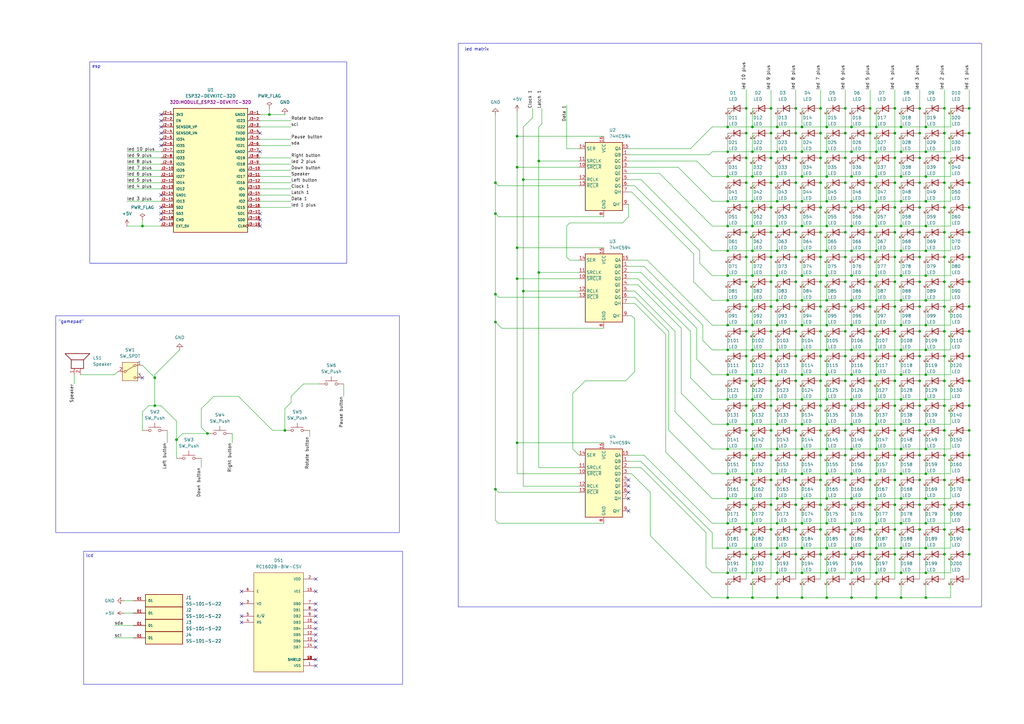
<source format=kicad_sch>
(kicad_sch (version 20231120) (generator "eeschema") (generator_version "8.0")
  (paper "A3")
  (junction (at 339.09 123.19))
  (junction (at 346.71 166.37))
  (junction (at 349.25 245.11))
  (junction (at 339.09 62.23))
  (junction (at 397.51 186.69))
  (junction (at 387.35 85.09))
  (junction (at 316.23 186.69))
  (junction (at 72.39 180.34))
  (junction (at 339.09 173.99))
  (junction (at 326.39 166.37))
  (junction (at 203.2 200.66))
  (junction (at 339.09 224.79))
  (junction (at 359.41 82.55))
  (junction (at 326.39 207.01))
  (junction (at 328.93 194.31))
  (junction (at 203.2 132.08))
  (junction (at 336.55 186.69))
  (junction (at 308.61 52.07))
  (junction (at 318.77 143.51))
  (junction (at 387.35 146.05))
  (junction (at 298.45 72.39))
  (junction (at 326.39 74.93))
  (junction (at 369.57 204.47))
  (junction (at 367.03 115.57))
  (junction (at 336.55 146.05))
  (junction (at 339.09 204.47))
  (junction (at 328.93 184.15))
  (junction (at 379.73 102.87))
  (junction (at 356.87 227.33))
  (junction (at 369.57 184.15))
  (junction (at 328.93 52.07))
  (junction (at 298.45 194.31))
  (junction (at 387.35 95.25))
  (junction (at 85.09 177.8))
  (junction (at 356.87 135.89))
  (junction (at 367.03 207.01))
  (junction (at 356.87 64.77))
  (junction (at 349.25 184.15))
  (junction (at 326.39 196.85))
  (junction (at 298.45 133.35))
  (junction (at 318.77 204.47))
  (junction (at 369.57 143.51))
  (junction (at 379.73 173.99))
  (junction (at 298.45 62.23))
  (junction (at 346.71 74.93))
  (junction (at 339.09 234.95))
  (junction (at 336.55 115.57))
  (junction (at 339.09 153.67))
  (junction (at 349.25 194.31))
  (junction (at 328.93 102.87))
  (junction (at 316.23 115.57))
  (junction (at 387.35 105.41))
  (junction (at 220.98 66.04))
  (junction (at 397.51 135.89))
  (junction (at 308.61 123.19))
  (junction (at 306.07 54.61))
  (junction (at 356.87 85.09))
  (junction (at 336.55 227.33))
  (junction (at 328.93 245.11))
  (junction (at 359.41 163.83))
  (junction (at 356.87 156.21))
  (junction (at 318.77 102.87))
  (junction (at 316.23 227.33))
  (junction (at 369.57 62.23))
  (junction (at 328.93 143.51))
  (junction (at 359.41 102.87))
  (junction (at 359.41 133.35))
  (junction (at 379.73 62.23))
  (junction (at 318.77 52.07))
  (junction (at 346.71 196.85))
  (junction (at 308.61 163.83))
  (junction (at 379.73 72.39))
  (junction (at 308.61 173.99))
  (junction (at 316.23 176.53))
  (junction (at 308.61 234.95))
  (junction (at 397.51 54.61))
  (junction (at 298.45 234.95))
  (junction (at 346.71 135.89))
  (junction (at 308.61 72.39))
  (junction (at 316.23 95.25))
  (junction (at 298.45 173.99))
  (junction (at 377.19 44.45))
  (junction (at 316.23 217.17))
  (junction (at 212.09 114.3))
  (junction (at 349.25 82.55))
  (junction (at 203.2 120.65))
  (junction (at 306.07 44.45))
  (junction (at 318.77 82.55))
  (junction (at 379.73 234.95))
  (junction (at 318.77 214.63))
  (junction (at 346.71 156.21))
  (junction (at 306.07 217.17))
  (junction (at 328.93 224.79))
  (junction (at 316.23 85.09))
  (junction (at 298.45 143.51))
  (junction (at 212.09 181.61))
  (junction (at 397.51 227.33))
  (junction (at 316.23 146.05))
  (junction (at 116.84 176.53))
  (junction (at 359.41 204.47))
  (junction (at 356.87 146.05))
  (junction (at 336.55 64.77))
  (junction (at 356.87 176.53))
  (junction (at 377.19 207.01))
  (junction (at 212.09 68.58))
  (junction (at 63.5 166.37))
  (junction (at 326.39 95.25))
  (junction (at 397.51 125.73))
  (junction (at 377.19 64.77))
  (junction (at 359.41 194.31))
  (junction (at 336.55 54.61))
  (junction (at 359.41 52.07))
  (junction (at 336.55 135.89))
  (junction (at 318.77 153.67))
  (junction (at 397.51 85.09))
  (junction (at 318.77 163.83))
  (junction (at 387.35 166.37))
  (junction (at 336.55 44.45))
  (junction (at 359.41 184.15))
  (junction (at 346.71 115.57))
  (junction (at 214.63 119.38))
  (junction (at 298.45 245.11))
  (junction (at 369.57 92.71))
  (junction (at 326.39 115.57))
  (junction (at 349.25 234.95))
  (junction (at 214.63 73.66))
  (junction (at 397.51 44.45))
  (junction (at 308.61 204.47))
  (junction (at 308.61 214.63))
  (junction (at 377.19 227.33))
  (junction (at 379.73 92.71))
  (junction (at 339.09 72.39))
  (junction (at 356.87 217.17))
  (junction (at 369.57 113.03))
  (junction (at 308.61 102.87))
  (junction (at 306.07 135.89))
  (junction (at 346.71 176.53))
  (junction (at 379.73 204.47))
  (junction (at 328.93 62.23))
  (junction (at 326.39 64.77))
  (junction (at 387.35 227.33))
  (junction (at 316.23 64.77))
  (junction (at 306.07 125.73))
  (junction (at 306.07 227.33))
  (junction (at 369.57 214.63))
  (junction (at 367.03 44.45))
  (junction (at 369.57 102.87))
  (junction (at 379.73 153.67))
  (junction (at 308.61 224.79))
  (junction (at 298.45 52.07))
  (junction (at 346.71 44.45))
  (junction (at 359.41 153.67))
  (junction (at 377.19 105.41))
  (junction (at 369.57 163.83))
  (junction (at 306.07 196.85))
  (junction (at 308.61 143.51))
  (junction (at 318.77 184.15))
  (junction (at 377.19 115.57))
  (junction (at 336.55 176.53))
  (junction (at 367.03 54.61))
  (junction (at 298.45 214.63))
  (junction (at 328.93 153.67))
  (junction (at 339.09 92.71))
  (junction (at 397.51 105.41))
  (junction (at 377.19 54.61))
  (junction (at 328.93 234.95))
  (junction (at 359.41 173.99))
  (junction (at 369.57 173.99))
  (junction (at 367.03 95.25))
  (junction (at 356.87 166.37))
  (junction (at 349.25 123.19))
  (junction (at 328.93 123.19))
  (junction (at 316.23 125.73))
  (junction (at 316.23 54.61))
  (junction (at 326.39 227.33))
  (junction (at 387.35 186.69))
  (junction (at 336.55 74.93))
  (junction (at 306.07 186.69))
  (junction (at 369.57 123.19))
  (junction (at 336.55 95.25))
  (junction (at 339.09 143.51))
  (junction (at 306.07 85.09))
  (junction (at 369.57 133.35))
  (junction (at 379.73 123.19))
  (junction (at 377.19 176.53))
  (junction (at 377.19 125.73))
  (junction (at 367.03 125.73))
  (junction (at 349.25 163.83))
  (junction (at 328.93 113.03))
  (junction (at 346.71 95.25))
  (junction (at 367.03 217.17))
  (junction (at 387.35 207.01))
  (junction (at 359.41 123.19))
  (junction (at 349.25 92.71))
  (junction (at 306.07 74.93))
  (junction (at 298.45 102.87))
  (junction (at 63.5 154.94))
  (junction (at 397.51 217.17))
  (junction (at 326.39 54.61))
  (junction (at 328.93 204.47))
  (junction (at 298.45 204.47))
  (junction (at 397.51 196.85))
  (junction (at 346.71 64.77))
  (junction (at 328.93 214.63))
  (junction (at 298.45 92.71))
  (junction (at 318.77 123.19))
  (junction (at 356.87 186.69))
  (junction (at 328.93 163.83))
  (junction (at 308.61 133.35))
  (junction (at 377.19 85.09))
  (junction (at 339.09 82.55))
  (junction (at 316.23 207.01))
  (junction (at 306.07 64.77))
  (junction (at 328.93 133.35))
  (junction (at 306.07 115.57))
  (junction (at 379.73 245.11))
  (junction (at 367.03 227.33))
  (junction (at 308.61 113.03))
  (junction (at 387.35 115.57))
  (junction (at 379.73 82.55))
  (junction (at 356.87 105.41))
  (junction (at 326.39 125.73))
  (junction (at 336.55 217.17))
  (junction (at 212.09 101.6))
  (junction (at 356.87 125.73))
  (junction (at 306.07 146.05))
  (junction (at 298.45 224.79))
  (junction (at 367.03 176.53))
  (junction (at 339.09 163.83))
  (junction (at 346.71 186.69))
  (junction (at 318.77 224.79))
  (junction (at 387.35 74.93))
  (junction (at 326.39 105.41))
  (junction (at 298.45 113.03))
  (junction (at 379.73 143.51))
  (junction (at 379.73 214.63))
  (junction (at 308.61 153.67))
  (junction (at 316.23 44.45))
  (junction (at 349.25 62.23))
  (junction (at 356.87 95.25))
  (junction (at 339.09 214.63))
  (junction (at 346.71 105.41))
  (junction (at 318.77 62.23))
  (junction (at 336.55 166.37))
  (junction (at 318.77 173.99))
  (junction (at 349.25 52.07))
  (junction (at 359.41 214.63))
  (junction (at 359.41 234.95))
  (junction (at 379.73 113.03))
  (junction (at 387.35 176.53))
  (junction (at 367.03 156.21))
  (junction (at 367.03 85.09))
  (junction (at 318.77 133.35))
  (junction (at 339.09 245.11))
  (junction (at 359.41 143.51))
  (junction (at 377.19 156.21))
  (junction (at 397.51 176.53))
  (junction (at 367.03 135.89))
  (junction (at 387.35 217.17))
  (junction (at 298.45 123.19))
  (junction (at 359.41 72.39))
  (junction (at 356.87 54.61))
  (junction (at 387.35 125.73))
  (junction (at 387.35 135.89))
  (junction (at 377.19 146.05))
  (junction (at 346.71 227.33))
  (junction (at 316.23 74.93))
  (junction (at 336.55 207.01))
  (junction (at 349.25 204.47))
  (junction (at 306.07 95.25))
  (junction (at 326.39 135.89))
  (junction (at 377.19 196.85))
  (junction (at 306.07 176.53))
  (junction (at 336.55 156.21))
  (junction (at 336.55 125.73))
  (junction (at 367.03 186.69))
  (junction (at 379.73 224.79))
  (junction (at 328.93 173.99))
  (junction (at 298.45 82.55))
  (junction (at 387.35 196.85))
  (junction (at 346.71 146.05))
  (junction (at 397.51 64.77))
  (junction (at 367.03 146.05))
  (junction (at 397.51 74.93))
  (junction (at 203.2 87.63))
  (junction (at 367.03 105.41))
  (junction (at 379.73 163.83))
  (junction (at 326.39 44.45))
  (junction (at 336.55 85.09))
  (junction (at 377.19 74.93))
  (junction (at 387.35 44.45))
  (junction (at 339.09 102.87))
  (junction (at 369.57 194.31))
  (junction (at 326.39 186.69))
  (junction (at 346.71 125.73))
  (junction (at 306.07 156.21))
  (junction (at 377.19 217.17))
  (junction (at 367.03 166.37))
  (junction (at 349.25 224.79))
  (junction (at 369.57 52.07))
  (junction (at 367.03 196.85))
  (junction (at 318.77 194.31))
  (junction (at 336.55 196.85))
  (junction (at 346.71 207.01))
  (junction (at 369.57 234.95))
  (junction (at 316.23 135.89))
  (junction (at 328.93 82.55))
  (junction (at 326.39 176.53))
  (junction (at 377.19 186.69))
  (junction (at 359.41 245.11))
  (junction (at 359.41 92.71))
  (junction (at 346.71 54.61))
  (junction (at 336.55 105.41))
  (junction (at 318.77 92.71))
  (junction (at 369.57 82.55))
  (junction (at 377.19 95.25))
  (junction (at 58.42 92.71))
  (junction (at 349.25 72.39))
  (junction (at 212.09 55.88))
  (junction (at 203.2 74.93))
  (junction (at 308.61 62.23))
  (junction (at 316.23 156.21))
  (junction (at 349.25 153.67))
  (junction (at 397.51 146.05))
  (junction (at 316.23 105.41))
  (junction (at 298.45 184.15))
  (junction (at 339.09 133.35))
  (junction (at 377.19 166.37))
  (junction (at 298.45 163.83))
  (junction (at 318.77 113.03))
  (junction (at 328.93 72.39))
  (junction (at 220.98 111.76))
  (junction (at 339.09 52.07))
  (junction (at 346.71 217.17))
  (junction (at 318.77 72.39))
  (junction (at 110.49 46.99))
  (junction (at 397.51 166.37))
  (junction (at 369.57 72.39))
  (junction (at 328.93 92.71))
  (junction (at 356.87 196.85))
  (junction (at 326.39 217.17))
  (junction (at 397.51 115.57))
  (junction (at 306.07 105.41))
  (junction (at 356.87 207.01))
  (junction (at 369.57 245.11))
  (junction (at 349.25 133.35))
  (junction (at 349.25 143.51))
  (junction (at 308.61 184.15))
  (junction (at 356.87 74.93))
  (junction (at 316.23 196.85))
  (junction (at 387.35 54.61))
  (junction (at 369.57 153.67))
  (junction (at 387.35 64.77))
  (junction (at 349.25 173.99))
  (junction (at 356.87 44.45))
  (junction (at 316.23 166.37))
  (junction (at 359.41 224.79))
  (junction (at 346.71 85.09))
  (junction (at 326.39 146.05))
  (junction (at 377.19 135.89))
  (junction (at 339.09 184.15))
  (junction (at 397.51 95.25))
  (junction (at 318.77 245.11))
  (junction (at 379.73 184.15))
  (junction (at 298.45 153.67))
  (junction (at 308.61 82.55))
  (junction (at 397.51 207.01))
  (junction (at 349.25 214.63))
  (junction (at 387.35 156.21))
  (junction (at 349.25 113.03))
  (junction (at 308.61 92.71))
  (junction (at 306.07 207.01))
  (junction (at 308.61 245.11))
  (junction (at 326.39 85.09))
  (junction (at 339.09 113.03))
  (junction (at 379.73 133.35))
  (junction (at 379.73 194.31))
  (junction (at 306.07 166.37))
  (junction (at 326.39 156.21))
  (junction (at 369.57 224.79))
  (junction (at 359.41 62.23))
  (junction (at 367.03 74.93))
  (junction (at 379.73 52.07))
  (junction (at 318.77 234.95))
  (junction (at 356.87 115.57))
  (junction (at 397.51 156.21))
  (junction (at 359.41 113.03))
  (junction (at 308.61 194.31))
  (junction (at 339.09 194.31))
  (junction (at 349.25 102.87))
  (junction (at 367.03 64.77))
  (no_connect (at 106.68 62.23))
  (no_connect (at 129.54 237.49))
  (no_connect (at 257.81 209.55))
  (no_connect (at 129.54 273.05))
  (no_connect (at 129.54 252.73))
  (no_connect (at 106.68 54.61))
  (no_connect (at 66.04 80.01))
  (no_connect (at 257.81 199.39))
  (no_connect (at 257.81 196.85))
  (no_connect (at 257.81 201.93))
  (no_connect (at 66.04 90.17))
  (no_connect (at 99.06 255.27))
  (no_connect (at 66.04 54.61))
  (no_connect (at 106.68 87.63))
  (no_connect (at 106.68 90.17))
  (no_connect (at 99.06 252.73))
  (no_connect (at 129.54 255.27))
  (no_connect (at 106.68 92.71))
  (no_connect (at 99.06 247.65))
  (no_connect (at 66.04 59.69))
  (no_connect (at 66.04 46.99))
  (no_connect (at 129.54 250.19))
  (no_connect (at 129.54 257.81))
  (no_connect (at 129.54 265.43))
  (no_connect (at 129.54 247.65))
  (no_connect (at 257.81 204.47))
  (no_connect (at 99.06 242.57))
  (no_connect (at 66.04 49.53))
  (no_connect (at 129.54 262.89))
  (no_connect (at 66.04 57.15))
  (no_connect (at 66.04 85.09))
  (no_connect (at 129.54 270.51))
  (no_connect (at 129.54 242.57))
  (no_connect (at 129.54 260.35))
  (no_connect (at 66.04 87.63))
  (no_connect (at 66.04 52.07))
  (no_connect (at 58.42 154.94))
  (wire (pts (xy 326.39 156.21) (xy 326.39 166.37)))
  (wire (pts (xy 359.41 54.61) (xy 359.41 62.23)))
  (wire (pts (xy 232.41 43.18) (xy 232.41 60.96)))
  (wire (pts (xy 397.51 217.17) (xy 397.51 227.33)))
  (wire (pts (xy 369.57 217.17) (xy 369.57 224.79)))
  (wire (pts (xy 285.75 134.62) (xy 285.75 147.32)))
  (wire (pts (xy 339.09 146.05) (xy 339.09 153.67)))
  (wire (pts (xy 356.87 36.83) (xy 356.87 44.45)))
  (wire (pts (xy 379.73 173.99) (xy 389.89 173.99)))
  (wire (pts (xy 292.1 72.39) (xy 298.45 72.39)))
  (wire (pts (xy 316.23 54.61) (xy 316.23 64.77)))
  (wire (pts (xy 377.19 207.01) (xy 377.19 217.17)))
  (wire (pts (xy 359.41 173.99) (xy 369.57 173.99)))
  (wire (pts (xy 306.07 176.53) (xy 306.07 186.69)))
  (wire (pts (xy 220.98 111.76) (xy 237.49 111.76)))
  (wire (pts (xy 222.25 44.45) (xy 222.25 50.8)))
  (wire (pts (xy 359.41 102.87) (xy 369.57 102.87)))
  (wire (pts (xy 387.35 54.61) (xy 387.35 64.77)))
  (wire (pts (xy 240.03 156.21) (xy 234.95 161.29)))
  (wire (pts (xy 203.2 46.99) (xy 203.2 74.93)))
  (wire (pts (xy 316.23 146.05) (xy 316.23 156.21)))
  (wire (pts (xy 328.93 184.15) (xy 339.09 184.15)))
  (wire (pts (xy 266.7 219.71) (xy 266.7 201.93)))
  (wire (pts (xy 336.55 125.73) (xy 336.55 135.89)))
  (wire (pts (xy 328.93 245.11) (xy 339.09 245.11)))
  (wire (pts (xy 318.77 156.21) (xy 318.77 163.83)))
  (wire (pts (xy 369.57 74.93) (xy 369.57 82.55)))
  (wire (pts (xy 367.03 85.09) (xy 367.03 95.25)))
  (wire (pts (xy 379.73 217.17) (xy 379.73 224.79)))
  (wire (pts (xy 346.71 166.37) (xy 346.71 176.53)))
  (wire (pts (xy 387.35 74.93) (xy 387.35 85.09)))
  (wire (pts (xy 318.77 105.41) (xy 318.77 113.03)))
  (wire (pts (xy 397.51 54.61) (xy 397.51 64.77)))
  (wire (pts (xy 349.25 156.21) (xy 349.25 163.83)))
  (wire (pts (xy 367.03 74.93) (xy 367.03 85.09)))
  (wire (pts (xy 328.93 143.51) (xy 339.09 143.51)))
  (wire (pts (xy 106.68 74.93) (xy 119.38 74.93)))
  (wire (pts (xy 359.41 82.55) (xy 369.57 82.55)))
  (wire (pts (xy 336.55 146.05) (xy 336.55 156.21)))
  (wire (pts (xy 339.09 204.47) (xy 349.25 204.47)))
  (wire (pts (xy 212.09 114.3) (xy 212.09 181.61)))
  (wire (pts (xy 260.35 121.92) (xy 274.32 135.89)))
  (wire (pts (xy 367.03 176.53) (xy 367.03 186.69)))
  (wire (pts (xy 339.09 64.77) (xy 339.09 72.39)))
  (wire (pts (xy 349.25 166.37) (xy 349.25 173.99)))
  (wire (pts (xy 339.09 72.39) (xy 349.25 72.39)))
  (wire (pts (xy 359.41 237.49) (xy 359.41 245.11)))
  (wire (pts (xy 387.35 196.85) (xy 387.35 207.01)))
  (wire (pts (xy 106.68 57.15) (xy 119.38 57.15)))
  (wire (pts (xy 306.07 166.37) (xy 306.07 176.53)))
  (wire (pts (xy 308.61 173.99) (xy 318.77 173.99)))
  (wire (pts (xy 369.57 102.87) (xy 379.73 102.87)))
  (wire (pts (xy 316.23 36.83) (xy 316.23 44.45)))
  (wire (pts (xy 257.81 194.31) (xy 259.08 194.31)))
  (wire (pts (xy 203.2 132.08) (xy 205.74 134.62)))
  (wire (pts (xy 257.81 109.22) (xy 264.16 109.22)))
  (wire (pts (xy 257.81 114.3) (xy 261.62 114.3)))
  (wire (pts (xy 292.1 102.87) (xy 298.45 102.87)))
  (wire (pts (xy 233.68 91.44) (xy 232.41 92.71)))
  (wire (pts (xy 262.89 111.76) (xy 285.75 134.62)))
  (wire (pts (xy 203.2 87.63) (xy 203.2 120.65)))
  (wire (pts (xy 377.19 125.73) (xy 377.19 135.89)))
  (wire (pts (xy 95.25 181.61) (xy 95.25 177.8)))
  (wire (pts (xy 318.77 214.63) (xy 328.93 214.63)))
  (wire (pts (xy 52.07 92.71) (xy 58.42 92.71)))
  (wire (pts (xy 346.71 186.69) (xy 346.71 196.85)))
  (wire (pts (xy 379.73 82.55) (xy 389.89 82.55)))
  (wire (pts (xy 349.25 52.07) (xy 359.41 52.07)))
  (wire (pts (xy 328.93 72.39) (xy 339.09 72.39)))
  (wire (pts (xy 220.98 66.04) (xy 220.98 111.76)))
  (wire (pts (xy 359.41 156.21) (xy 359.41 163.83)))
  (wire (pts (xy 257.81 106.68) (xy 265.43 106.68)))
  (wire (pts (xy 339.09 54.61) (xy 339.09 62.23)))
  (wire (pts (xy 298.45 85.09) (xy 298.45 92.71)))
  (wire (pts (xy 379.73 135.89) (xy 379.73 143.51)))
  (wire (pts (xy 260.35 119.38) (xy 276.86 135.89)))
  (wire (pts (xy 212.09 101.6) (xy 212.09 114.3)))
  (wire (pts (xy 292.1 163.83) (xy 298.45 163.83)))
  (wire (pts (xy 346.71 125.73) (xy 346.71 135.89)))
  (wire (pts (xy 359.41 123.19) (xy 369.57 123.19)))
  (wire (pts (xy 336.55 217.17) (xy 336.55 227.33)))
  (wire (pts (xy 397.51 227.33) (xy 397.51 237.49)))
  (wire (pts (xy 232.41 60.96) (xy 237.49 60.96)))
  (wire (pts (xy 308.61 92.71) (xy 318.77 92.71)))
  (wire (pts (xy 265.43 106.68) (xy 292.1 133.35)))
  (wire (pts (xy 292.1 52.07) (xy 298.45 52.07)))
  (wire (pts (xy 397.51 176.53) (xy 397.51 186.69)))
  (wire (pts (xy 316.23 207.01) (xy 316.23 217.17)))
  (wire (pts (xy 279.4 161.29) (xy 292.1 173.99)))
  (wire (pts (xy 356.87 196.85) (xy 356.87 207.01)))
  (wire (pts (xy 379.73 143.51) (xy 389.89 143.51)))
  (wire (pts (xy 318.77 74.93) (xy 318.77 82.55)))
  (wire (pts (xy 266.7 219.71) (xy 292.1 245.11)))
  (wire (pts (xy 369.57 125.73) (xy 369.57 133.35)))
  (wire (pts (xy 68.58 181.61) (xy 68.58 176.53)))
  (wire (pts (xy 257.81 66.04) (xy 285.75 66.04)))
  (wire (pts (xy 318.77 217.17) (xy 318.77 224.79)))
  (wire (pts (xy 298.45 133.35) (xy 308.61 133.35)))
  (wire (pts (xy 326.39 135.89) (xy 326.39 146.05)))
  (wire (pts (xy 110.49 46.99) (xy 116.84 46.99)))
  (wire (pts (xy 52.07 82.55) (xy 66.04 82.55)))
  (wire (pts (xy 346.71 44.45) (xy 346.71 54.61)))
  (wire (pts (xy 367.03 95.25) (xy 367.03 105.41)))
  (wire (pts (xy 377.19 217.17) (xy 377.19 227.33)))
  (wire (pts (xy 292.1 194.31) (xy 298.45 194.31)))
  (wire (pts (xy 328.93 217.17) (xy 328.93 224.79)))
  (wire (pts (xy 377.19 196.85) (xy 377.19 207.01)))
  (wire (pts (xy 203.2 120.65) (xy 203.2 132.08)))
  (wire (pts (xy 369.57 186.69) (xy 369.57 194.31)))
  (wire (pts (xy 316.23 217.17) (xy 316.23 227.33)))
  (wire (pts (xy 379.73 176.53) (xy 379.73 184.15)))
  (wire (pts (xy 298.45 102.87) (xy 308.61 102.87)))
  (wire (pts (xy 110.49 44.45) (xy 110.49 46.99)))
  (wire (pts (xy 306.07 125.73) (xy 306.07 135.89)))
  (wire (pts (xy 308.61 62.23) (xy 318.77 62.23)))
  (wire (pts (xy 367.03 54.61) (xy 367.03 64.77)))
  (wire (pts (xy 397.51 146.05) (xy 397.51 156.21)))
  (wire (pts (xy 106.68 64.77) (xy 119.38 64.77)))
  (wire (pts (xy 369.57 194.31) (xy 379.73 194.31)))
  (wire (pts (xy 318.77 146.05) (xy 318.77 153.67)))
  (wire (pts (xy 387.35 95.25) (xy 387.35 105.41)))
  (wire (pts (xy 349.25 217.17) (xy 349.25 224.79)))
  (wire (pts (xy 367.03 227.33) (xy 367.03 237.49)))
  (wire (pts (xy 379.73 245.11) (xy 389.89 245.11)))
  (wire (pts (xy 379.73 105.41) (xy 379.73 113.03)))
  (wire (pts (xy 379.73 227.33) (xy 379.73 234.95)))
  (wire (pts (xy 328.93 85.09) (xy 328.93 92.71)))
  (wire (pts (xy 285.75 147.32) (xy 292.1 153.67)))
  (wire (pts (xy 318.77 176.53) (xy 318.77 184.15)))
  (wire (pts (xy 72.39 180.34) (xy 72.39 187.96)))
  (wire (pts (xy 369.57 85.09) (xy 369.57 92.71)))
  (wire (pts (xy 308.61 217.17) (xy 308.61 224.79)))
  (wire (pts (xy 339.09 123.19) (xy 349.25 123.19)))
  (wire (pts (xy 349.25 194.31) (xy 359.41 194.31)))
  (wire (pts (xy 369.57 64.77) (xy 369.57 72.39)))
  (wire (pts (xy 356.87 85.09) (xy 356.87 95.25)))
  (wire (pts (xy 262.89 191.77) (xy 289.56 218.44)))
  (wire (pts (xy 203.2 200.66) (xy 204.47 201.93)))
  (wire (pts (xy 318.77 62.23) (xy 328.93 62.23)))
  (wire (pts (xy 316.23 64.77) (xy 316.23 74.93)))
  (wire (pts (xy 318.77 115.57) (xy 318.77 123.19)))
  (wire (pts (xy 326.39 217.17) (xy 326.39 227.33)))
  (wire (pts (xy 369.57 245.11) (xy 379.73 245.11)))
  (wire (pts (xy 214.63 73.66) (xy 214.63 119.38)))
  (wire (pts (xy 326.39 115.57) (xy 326.39 125.73)))
  (wire (pts (xy 339.09 245.11) (xy 349.25 245.11)))
  (wire (pts (xy 369.57 113.03) (xy 379.73 113.03)))
  (wire (pts (xy 356.87 227.33) (xy 356.87 237.49)))
  (wire (pts (xy 349.25 224.79) (xy 359.41 224.79)))
  (wire (pts (xy 379.73 52.07) (xy 389.89 52.07)))
  (wire (pts (xy 379.73 224.79) (xy 389.89 224.79)))
  (wire (pts (xy 389.89 92.71) (xy 389.89 85.09)))
  (wire (pts (xy 369.57 204.47) (xy 379.73 204.47)))
  (wire (pts (xy 257.81 78.74) (xy 259.08 78.74)))
  (wire (pts (xy 346.71 36.83) (xy 346.71 44.45)))
  (wire (pts (xy 349.25 62.23) (xy 359.41 62.23)))
  (wire (pts (xy 349.25 64.77) (xy 349.25 72.39)))
  (wire (pts (xy 298.45 214.63) (xy 308.61 214.63)))
  (wire (pts (xy 298.45 163.83) (xy 308.61 163.83)))
  (wire (pts (xy 308.61 72.39) (xy 318.77 72.39)))
  (wire (pts (xy 359.41 194.31) (xy 369.57 194.31)))
  (wire (pts (xy 326.39 166.37) (xy 326.39 176.53)))
  (wire (pts (xy 369.57 227.33) (xy 369.57 234.95)))
  (wire (pts (xy 369.57 173.99) (xy 379.73 173.99)))
  (wire (pts (xy 46.99 256.54) (xy 54.61 256.54)))
  (wire (pts (xy 212.09 114.3) (xy 237.49 114.3)))
  (wire (pts (xy 359.41 176.53) (xy 359.41 184.15)))
  (wire (pts (xy 387.35 44.45) (xy 387.35 54.61)))
  (wire (pts (xy 359.41 224.79) (xy 369.57 224.79)))
  (wire (pts (xy 220.98 52.07) (xy 222.25 50.8)))
  (wire (pts (xy 356.87 74.93) (xy 356.87 85.09)))
  (wire (pts (xy 318.77 186.69) (xy 318.77 194.31)))
  (wire (pts (xy 377.19 44.45) (xy 377.19 54.61)))
  (wire (pts (xy 397.51 64.77) (xy 397.51 74.93)))
  (wire (pts (xy 74.93 177.8) (xy 85.09 177.8)))
  (wire (pts (xy 298.45 224.79) (xy 308.61 224.79)))
  (wire (pts (xy 292.1 184.15) (xy 298.45 184.15)))
  (wire (pts (xy 328.93 196.85) (xy 328.93 204.47)))
  (wire (pts (xy 292.1 123.19) (xy 298.45 123.19)))
  (wire (pts (xy 397.51 74.93) (xy 397.51 85.09)))
  (wire (pts (xy 369.57 105.41) (xy 369.57 113.03)))
  (wire (pts (xy 387.35 227.33) (xy 387.35 237.49)))
  (wire (pts (xy 308.61 133.35) (xy 318.77 133.35)))
  (wire (pts (xy 377.19 85.09) (xy 377.19 95.25)))
  (wire (pts (xy 369.57 237.49) (xy 369.57 245.11)))
  (wire (pts (xy 316.23 196.85) (xy 316.23 207.01)))
  (wire (pts (xy 359.41 72.39) (xy 369.57 72.39)))
  (wire (pts (xy 257.81 88.9) (xy 255.27 91.44)))
  (wire (pts (xy 387.35 166.37) (xy 387.35 176.53)))
  (wire (pts (xy 356.87 186.69) (xy 356.87 196.85)))
  (wire (pts (xy 397.51 186.69) (xy 397.51 196.85)))
  (wire (pts (xy 336.55 105.41) (xy 336.55 115.57)))
  (wire (pts (xy 308.61 166.37) (xy 308.61 173.99)))
  (wire (pts (xy 359.41 146.05) (xy 359.41 153.67)))
  (wire (pts (xy 328.93 44.45) (xy 328.93 52.07)))
  (wire (pts (xy 369.57 184.15) (xy 379.73 184.15)))
  (wire (pts (xy 349.25 82.55) (xy 359.41 82.55)))
  (wire (pts (xy 379.73 194.31) (xy 389.89 194.31)))
  (wire (pts (xy 336.55 36.83) (xy 336.55 44.45)))
  (wire (pts (xy 316.23 44.45) (xy 316.23 54.61)))
  (wire (pts (xy 52.07 77.47) (xy 66.04 77.47)))
  (wire (pts (xy 369.57 176.53) (xy 369.57 184.15)))
  (wire (pts (xy 106.68 69.85) (xy 119.38 69.85)))
  (wire (pts (xy 318.77 92.71) (xy 328.93 92.71)))
  (wire (pts (xy 389.89 234.95) (xy 389.89 227.33)))
  (wire (pts (xy 318.77 196.85) (xy 318.77 204.47)))
  (wire (pts (xy 359.41 184.15) (xy 369.57 184.15)))
  (wire (pts (xy 356.87 105.41) (xy 356.87 115.57)))
  (wire (pts (xy 336.55 95.25) (xy 336.55 105.41)))
  (wire (pts (xy 389.89 52.07) (xy 389.89 44.45)))
  (wire (pts (xy 33.02 153.67) (xy 46.99 153.67)))
  (wire (pts (xy 359.41 113.03) (xy 369.57 113.03)))
  (wire (pts (xy 387.35 207.01) (xy 387.35 217.17)))
  (wire (pts (xy 264.16 186.69) (xy 292.1 214.63)))
  (wire (pts (xy 288.29 133.35) (xy 288.29 139.7)))
  (wire (pts (xy 349.25 113.03) (xy 359.41 113.03)))
  (wire (pts (xy 397.51 207.01) (xy 397.51 217.17)))
  (wire (pts (xy 369.57 166.37) (xy 369.57 173.99)))
  (wire (pts (xy 308.61 64.77) (xy 308.61 72.39)))
  (wire (pts (xy 316.23 115.57) (xy 316.23 125.73)))
  (wire (pts (xy 336.55 227.33) (xy 336.55 237.49)))
  (wire (pts (xy 106.68 52.07) (xy 119.38 52.07)))
  (wire (pts (xy 298.45 135.89) (xy 298.45 143.51)))
  (wire (pts (xy 292.1 113.03) (xy 298.45 113.03)))
  (wire (pts (xy 356.87 54.61) (xy 356.87 64.77)))
  (wire (pts (xy 339.09 234.95) (xy 349.25 234.95)))
  (wire (pts (xy 119.38 162.56) (xy 119.38 165.1)))
  (wire (pts (xy 387.35 64.77) (xy 387.35 74.93)))
  (wire (pts (xy 318.77 153.67) (xy 328.93 153.67)))
  (wire (pts (xy 349.25 245.11) (xy 359.41 245.11)))
  (wire (pts (xy 339.09 44.45) (xy 339.09 52.07)))
  (wire (pts (xy 72.39 172.72) (xy 66.04 166.37)))
  (wire (pts (xy 387.35 85.09) (xy 387.35 95.25)))
  (wire (pts (xy 220.98 111.76) (xy 220.98 191.77)))
  (wire (pts (xy 308.61 234.95) (xy 318.77 234.95)))
  (wire (pts (xy 237.49 121.92) (xy 204.47 121.92)))
  (wire (pts (xy 328.93 95.25) (xy 328.93 102.87)))
  (wire (pts (xy 389.89 224.79) (xy 389.89 217.17)))
  (wire (pts (xy 346.71 135.89) (xy 346.71 146.05)))
  (wire (pts (xy 212.09 181.61) (xy 212.09 194.31)))
  (wire (pts (xy 298.45 227.33) (xy 298.45 234.95)))
  (wire (pts (xy 63.5 154.94) (xy 63.5 153.67)))
  (wire (pts (xy 349.25 184.15) (xy 359.41 184.15)))
  (wire (pts (xy 379.73 186.69) (xy 379.73 194.31)))
  (wire (pts (xy 328.93 224.79) (xy 339.09 224.79)))
  (wire (pts (xy 298.45 156.21) (xy 298.45 163.83)))
  (wire (pts (xy 369.57 214.63) (xy 379.73 214.63)))
  (wire (pts (xy 367.03 146.05) (xy 367.03 156.21)))
  (wire (pts (xy 359.41 85.09) (xy 359.41 92.71)))
  (wire (pts (xy 63.5 153.67) (xy 73.66 143.51)))
  (wire (pts (xy 289.56 218.44) (xy 289.56 232.41)))
  (wire (pts (xy 369.57 95.25) (xy 369.57 102.87)))
  (wire (pts (xy 306.07 36.83) (xy 306.07 44.45)))
  (wire (pts (xy 257.81 124.46) (xy 260.35 124.46)))
  (wire (pts (xy 387.35 217.17) (xy 387.35 227.33)))
  (wire (pts (xy 326.39 186.69) (xy 326.39 196.85)))
  (wire (pts (xy 339.09 125.73) (xy 339.09 133.35)))
  (wire (pts (xy 397.51 44.45) (xy 397.51 54.61)))
  (wire (pts (xy 349.25 135.89) (xy 349.25 143.51)))
  (wire (pts (xy 247.65 88.9) (xy 204.47 88.9)))
  (wire (pts (xy 339.09 163.83) (xy 349.25 163.83)))
  (wire (pts (xy 389.89 82.55) (xy 389.89 74.93)))
  (wire (pts (xy 369.57 224.79) (xy 379.73 224.79)))
  (wire (pts (xy 292.1 62.23) (xy 298.45 62.23)))
  (wire (pts (xy 260.35 152.4) (xy 256.54 156.21)))
  (wire (pts (xy 212.09 55.88) (xy 212.09 68.58)))
  (wire (pts (xy 339.09 227.33) (xy 339.09 234.95)))
  (wire (pts (xy 318.77 194.31) (xy 328.93 194.31)))
  (wire (pts (xy 349.25 153.67) (xy 359.41 153.67)))
  (wire (pts (xy 359.41 92.71) (xy 369.57 92.71)))
  (wire (pts (xy 318.77 224.79) (xy 328.93 224.79)))
  (wire (pts (xy 326.39 85.09) (xy 326.39 95.25)))
  (wire (pts (xy 339.09 133.35) (xy 349.25 133.35)))
  (wire (pts (xy 46.99 153.67) (xy 48.26 152.4)))
  (wire (pts (xy 359.41 163.83) (xy 369.57 163.83)))
  (wire (pts (xy 292.1 133.35) (xy 298.45 133.35)))
  (wire (pts (xy 387.35 105.41) (xy 387.35 115.57)))
  (wire (pts (xy 212.09 101.6) (xy 247.65 101.6)))
  (wire (pts (xy 339.09 184.15) (xy 349.25 184.15)))
  (wire (pts (xy 298.45 146.05) (xy 298.45 153.67)))
  (wire (pts (xy 306.07 146.05) (xy 306.07 156.21)))
  (wire (pts (xy 298.45 125.73) (xy 298.45 133.35)))
  (wire (pts (xy 220.98 191.77) (xy 237.49 191.77)))
  (wire (pts (xy 349.25 237.49) (xy 349.25 245.11)))
  (wire (pts (xy 359.41 186.69) (xy 359.41 194.31)))
  (wire (pts (xy 346.71 217.17) (xy 346.71 227.33)))
  (wire (pts (xy 339.09 85.09) (xy 339.09 92.71)))
  (wire (pts (xy 308.61 227.33) (xy 308.61 234.95)))
  (wire (pts (xy 285.75 66.04) (xy 292.1 72.39)))
  (wire (pts (xy 339.09 207.01) (xy 339.09 214.63)))
  (wire (pts (xy 328.93 52.07) (xy 339.09 52.07)))
  (wire (pts (xy 127 179.07) (xy 127 176.53)))
  (wire (pts (xy 63.5 166.37) (xy 60.96 166.37)))
  (wire (pts (xy 359.41 64.77) (xy 359.41 72.39)))
  (wire (pts (xy 318.77 245.11) (xy 328.93 245.11)))
  (wire (pts (xy 232.41 92.71) (xy 232.41 105.41)))
  (wire (pts (xy 326.39 125.73) (xy 326.39 135.89)))
  (wire (pts (xy 369.57 163.83) (xy 379.73 163.83)))
  (wire (pts (xy 349.25 54.61) (xy 349.25 62.23)))
  (wire (pts (xy 379.73 92.71) (xy 389.89 92.71)))
  (wire (pts (xy 379.73 204.47) (xy 389.89 204.47)))
  (wire (pts (xy 298.45 217.17) (xy 298.45 224.79)))
  (wire (pts (xy 359.41 245.11) (xy 369.57 245.11)))
  (wire (pts (xy 349.25 214.63) (xy 359.41 214.63)))
  (wire (pts (xy 346.71 64.77) (xy 346.71 74.93)))
  (wire (pts (xy 389.89 194.31) (xy 389.89 186.69)))
  (wire (pts (xy 308.61 153.67) (xy 318.77 153.67)))
  (wire (pts (xy 292.1 92.71) (xy 298.45 92.71)))
  (wire (pts (xy 247.65 214.63) (xy 204.47 214.63)))
  (wire (pts (xy 328.93 186.69) (xy 328.93 194.31)))
  (wire (pts (xy 339.09 153.67) (xy 349.25 153.67)))
  (wire (pts (xy 397.51 105.41) (xy 397.51 115.57)))
  (wire (pts (xy 74.93 177.8) (xy 72.39 180.34)))
  (wire (pts (xy 367.03 196.85) (xy 367.03 207.01)))
  (wire (pts (xy 298.45 62.23) (xy 308.61 62.23)))
  (wire (pts (xy 308.61 196.85) (xy 308.61 204.47)))
  (wire (pts (xy 298.45 74.93) (xy 298.45 82.55)))
  (wire (pts (xy 50.8 251.46) (xy 54.61 251.46)))
  (wire (pts (xy 292.1 204.47) (xy 298.45 204.47)))
  (wire (pts (xy 318.77 166.37) (xy 318.77 173.99)))
  (wire (pts (xy 106.68 49.53) (xy 119.38 49.53)))
  (wire (pts (xy 328.93 156.21) (xy 328.93 163.83)))
  (wire (pts (xy 292.1 173.99) (xy 298.45 173.99)))
  (wire (pts (xy 349.25 186.69) (xy 349.25 194.31)))
  (wire (pts (xy 377.19 105.41) (xy 377.19 115.57)))
  (wire (pts (xy 328.93 133.35) (xy 339.09 133.35)))
  (wire (pts (xy 367.03 207.01) (xy 367.03 217.17)))
  (wire (pts (xy 379.73 234.95) (xy 389.89 234.95)))
  (wire (pts (xy 318.77 133.35) (xy 328.93 133.35)))
  (wire (pts (xy 318.77 44.45) (xy 318.77 52.07)))
  (wire (pts (xy 308.61 176.53) (xy 308.61 184.15)))
  (wire (pts (xy 379.73 163.83) (xy 389.89 163.83)))
  (wire (pts (xy 308.61 146.05) (xy 308.61 153.67)))
  (wire (pts (xy 318.77 207.01) (xy 318.77 214.63)))
  (wire (pts (xy 298.45 166.37) (xy 298.45 173.99)))
  (wire (pts (xy 377.19 186.69) (xy 377.19 196.85)))
  (wire (pts (xy 339.09 102.87) (xy 349.25 102.87)))
  (wire (pts (xy 379.73 166.37) (xy 379.73 173.99)))
  (wire (pts (xy 377.19 74.93) (xy 377.19 85.09)))
  (wire (pts (xy 349.25 72.39) (xy 359.41 72.39)))
  (wire (pts (xy 308.61 113.03) (xy 318.77 113.03)))
  (wire (pts (xy 292.1 218.44) (xy 292.1 224.79)))
  (wire (pts (xy 339.09 176.53) (xy 339.09 184.15)))
  (wire (pts (xy 203.2 132.08) (xy 203.2 200.66)))
  (wire (pts (xy 359.41 143.51) (xy 369.57 143.51)))
  (wire (pts (xy 308.61 105.41) (xy 308.61 113.03)))
  (wire (pts (xy 339.09 173.99) (xy 349.25 173.99)))
  (wire (pts (xy 356.87 217.17) (xy 356.87 227.33)))
  (wire (pts (xy 336.55 64.77) (xy 336.55 74.93)))
  (wire (pts (xy 377.19 54.61) (xy 377.19 64.77)))
  (wire (pts (xy 257.81 191.77) (xy 262.89 191.77)))
  (wire (pts (xy 212.09 45.72) (xy 212.09 55.88)))
  (wire (pts (xy 130.81 157.48) (xy 124.46 157.48)))
  (wire (pts (xy 318.77 102.87) (xy 328.93 102.87)))
  (wire (pts (xy 397.51 115.57) (xy 397.51 125.73)))
  (wire (pts (xy 328.93 166.37) (xy 328.93 173.99)))
  (wire (pts (xy 316.23 74.93) (xy 316.23 85.09)))
  (wire (pts (xy 308.61 52.07) (xy 318.77 52.07)))
  (wire (pts (xy 326.39 64.77) (xy 326.39 74.93)))
  (wire (pts (xy 387.35 176.53) (xy 387.35 186.69)))
  (wire (pts (xy 316.23 156.21) (xy 316.23 166.37)))
  (wire (pts (xy 389.89 62.23) (xy 389.89 54.61)))
  (wire (pts (xy 298.45 113.03) (xy 308.61 113.03)))
  (wire (pts (xy 318.77 227.33) (xy 318.77 234.95)))
  (wire (pts (xy 261.62 114.3) (xy 283.21 135.89)))
  (wire (pts (xy 308.61 204.47) (xy 318.77 204.47)))
  (wire (pts (xy 377.19 156.21) (xy 377.19 166.37)))
  (wire (pts (xy 377.19 115.57) (xy 377.19 125.73)))
  (wire (pts (xy 288.29 139.7) (xy 292.1 143.51)))
  (wire (pts (xy 97.79 162.56) (xy 87.63 162.56)))
  (wire (pts (xy 359.41 207.01) (xy 359.41 214.63)))
  (wire (pts (xy 339.09 82.55) (xy 349.25 82.55)))
  (wire (pts (xy 356.87 156.21) (xy 356.87 166.37)))
  (wire (pts (xy 316.23 135.89) (xy 316.23 146.05)))
  (wire (pts (xy 318.77 163.83) (xy 328.93 163.83)))
  (wire (pts (xy 379.73 156.21) (xy 379.73 163.83)))
  (wire (pts (xy 306.07 217.17) (xy 306.07 227.33)))
  (wire (pts (xy 306.07 207.01) (xy 306.07 217.17)))
  (wire (pts (xy 298.45 207.01) (xy 298.45 214.63)))
  (wire (pts (xy 369.57 143.51) (xy 379.73 143.51)))
  (wire (pts (xy 306.07 105.41) (xy 306.07 115.57)))
  (wire (pts (xy 52.07 67.31) (xy 66.04 67.31)))
  (wire (pts (xy 308.61 135.89) (xy 308.61 143.51)))
  (wire (pts (xy 367.03 125.73) (xy 367.03 135.89)))
  (wire (pts (xy 328.93 62.23) (xy 339.09 62.23)))
  (wire (pts (xy 339.09 156.21) (xy 339.09 163.83)))
  (wire (pts (xy 308.61 123.19) (xy 318.77 123.19)))
  (wire (pts (xy 379.73 214.63) (xy 389.89 214.63)))
  (wire (pts (xy 328.93 74.93) (xy 328.93 82.55)))
  (wire (pts (xy 257.81 111.76) (xy 262.89 111.76)))
  (wire (pts (xy 328.93 123.19) (xy 339.09 123.19)))
  (wire (pts (xy 359.41 166.37) (xy 359.41 173.99)))
  (wire (pts (xy 328.93 125.73) (xy 328.93 133.35)))
  (wire (pts (xy 257.81 60.96) (xy 283.21 60.96)))
  (wire (pts (xy 283.21 60.96) (xy 292.1 52.07)))
  (wire (pts (xy 359.41 214.63) (xy 369.57 214.63)))
  (wire (pts (xy 369.57 123.19) (xy 379.73 123.19)))
  (wire (pts (xy 308.61 115.57) (xy 308.61 123.19)))
  (wire (pts (xy 349.25 173.99) (xy 359.41 173.99)))
  (wire (pts (xy 318.77 82.55) (xy 328.93 82.55)))
  (wire (pts (xy 397.51 36.83) (xy 397.51 44.45)))
  (wire (pts (xy 379.73 74.93) (xy 379.73 82.55)))
  (wire (pts (xy 339.09 196.85) (xy 339.09 204.47)))
  (wire (pts (xy 389.89 184.15) (xy 389.89 176.53)))
  (wire (pts (xy 389.89 143.51) (xy 389.89 135.89)))
  (wire (pts (xy 349.25 176.53) (xy 349.25 184.15)))
  (wire (pts (xy 328.93 153.67) (xy 339.09 153.67)))
  (wire (pts (xy 379.73 133.35) (xy 389.89 133.35)))
  (wire (pts (xy 306.07 227.33) (xy 306.07 237.49)))
  (wire (pts (xy 326.39 105.41) (xy 326.39 115.57)))
  (wire (pts (xy 204.47 214.63) (xy 203.2 213.36)))
  (wire (pts (xy 379.73 102.87) (xy 389.89 102.87)))
  (wire (pts (xy 349.25 133.35) (xy 359.41 133.35)))
  (wire (pts (xy 328.93 54.61) (xy 328.93 62.23)))
  (wire (pts (xy 306.07 156.21) (xy 306.07 166.37)))
  (wire (pts (xy 212.09 68.58) (xy 212.09 101.6)))
  (wire (pts (xy 203.2 200.66) (xy 203.2 213.36)))
  (wire (pts (xy 318.77 237.49) (xy 318.77 245.11)))
  (wire (pts (xy 367.03 44.45) (xy 367.03 54.61)))
  (wire (pts (xy 336.55 44.45) (xy 336.55 54.61)))
  (wire (pts (xy 306.07 64.77) (xy 306.07 74.93)))
  (wire (pts (xy 257.81 68.58) (xy 278.13 68.58)))
  (wire (pts (xy 369.57 146.05) (xy 369.57 153.67)))
  (wire (pts (xy 389.89 173.99) (xy 389.89 166.37)))
  (wire (pts (xy 349.25 163.83) (xy 359.41 163.83)))
  (wire (pts (xy 274.32 135.89) (xy 274.32 176.53)))
  (wire (pts (xy 328.93 163.83) (xy 339.09 163.83)))
  (wire (pts (xy 397.51 166.37) (xy 397.51 176.53)))
  (wire (pts (xy 359.41 227.33) (xy 359.41 234.95)))
  (wire (pts (xy 336.55 186.69) (xy 336.55 196.85)))
  (wire (pts (xy 214.63 52.07) (xy 218.44 48.26)))
  (wire (pts (xy 82.55 175.26) (xy 85.09 177.8)))
  (wire (pts (xy 260.35 130.81) (xy 260.35 152.4)))
  (wire (pts (xy 308.61 156.21) (xy 308.61 163.83)))
  (wire (pts (xy 106.68 85.09) (xy 119.38 85.09)))
  (wire (pts (xy 292.1 214.63) (xy 298.45 214.63)))
  (wire (pts (xy 308.61 207.01) (xy 308.61 214.63)))
  (wire (pts (xy 257.81 186.69) (xy 264.16 186.69)))
  (wire (pts (xy 387.35 156.21) (xy 387.35 166.37)))
  (wire (pts (xy 328.93 105.41) (xy 328.93 113.03)))
  (wire (pts (xy 328.93 214.63) (xy 339.09 214.63)))
  (wire (pts (xy 318.77 54.61) (xy 318.77 62.23)))
  (wire (pts (xy 397.51 85.09) (xy 397.51 95.25)))
  (wire (pts (xy 260.35 124.46) (xy 273.05 137.16)))
  (wire (pts (xy 290.83 63.5) (xy 292.1 62.23)))
  (wire (pts (xy 346.71 196.85) (xy 346.71 207.01)))
  (wire (pts (xy 82.55 191.77) (xy 82.55 187.96)))
  (wire (pts (xy 369.57 44.45) (xy 369.57 52.07)))
  (wire (pts (xy 349.25 123.19) (xy 359.41 123.19)))
  (wire (pts (xy 356.87 64.77) (xy 356.87 74.93)))
  (wire (pts (xy 328.93 102.87) (xy 339.09 102.87)))
  (wire (pts (xy 298.45 54.61) (xy 298.45 62.23)))
  (wire (pts (xy 292.1 224.79) (xy 298.45 224.79)))
  (wire (pts (xy 306.07 85.09) (xy 306.07 95.25)))
  (wire (pts (xy 377.19 166.37) (xy 377.19 176.53)))
  (wire (pts (xy 234.95 161.29) (xy 234.95 184.15)))
  (wire (pts (xy 359.41 135.89) (xy 359.41 143.51)))
  (wire (pts (xy 52.07 64.77) (xy 66.04 64.77)))
  (wire (pts (xy 369.57 133.35) (xy 379.73 133.35)))
  (wire (pts (xy 220.98 52.07) (xy 220.98 66.04)))
  (wire (pts (xy 336.55 115.57) (xy 336.55 125.73)))
  (wire (pts (xy 292.1 82.55) (xy 298.45 82.55)))
  (wire (pts (xy 255.27 91.44) (xy 233.68 91.44)))
  (wire (pts (xy 346.71 74.93) (xy 346.71 85.09)))
  (wire (pts (xy 389.89 102.87) (xy 389.89 95.25)))
  (wire (pts (xy 306.07 44.45) (xy 306.07 54.61)))
  (wire (pts (xy 259.08 78.74) (xy 284.48 104.14)))
  (wire (pts (xy 339.09 186.69) (xy 339.09 194.31)))
  (wire (pts (xy 306.07 74.93) (xy 306.07 85.09)))
  (wire (pts (xy 270.51 71.12) (xy 292.1 92.71)))
  (wire (pts (xy 203.2 87.63) (xy 204.47 88.9)))
  (wire (pts (xy 52.07 69.85) (xy 66.04 69.85)))
  (wire (pts (xy 298.45 115.57) (xy 298.45 123.19)))
  (wire (pts (xy 379.73 123.19) (xy 389.89 123.19)))
  (wire (pts (xy 264.16 109.22) (xy 288.29 133.35)))
  (wire (pts (xy 298.45 186.69) (xy 298.45 194.31)))
  (wire (pts (xy 328.93 173.99) (xy 339.09 173.99)))
  (wire (pts (xy 389.89 204.47) (xy 389.89 196.85)))
  (wire (pts (xy 273.05 137.16) (xy 273.05 185.42)))
  (wire (pts (xy 359.41 105.41) (xy 359.41 113.03)))
  (wire (pts (xy 379.73 125.73) (xy 379.73 133.35)))
  (wire (pts (xy 346.71 146.05) (xy 346.71 156.21)))
  (wire (pts (xy 359.41 115.57) (xy 359.41 123.19)))
  (wire (pts (xy 298.45 64.77) (xy 298.45 72.39)))
  (wire (pts (xy 278.13 68.58) (xy 292.1 82.55)))
  (wire (pts (xy 328.93 234.95) (xy 339.09 234.95)))
  (wire (pts (xy 63.5 154.94) (xy 58.42 149.86)))
  (wire (pts (xy 298.45 72.39) (xy 308.61 72.39)))
  (wire (pts (xy 377.19 95.25) (xy 377.19 105.41)))
  (wire (pts (xy 377.19 146.05) (xy 377.19 156.21)))
  (wire (pts (xy 369.57 92.71) (xy 379.73 92.71)))
  (wire (pts (xy 298.45 92.71) (xy 308.61 92.71)))
  (wire (pts (xy 52.07 62.23) (xy 66.04 62.23)))
  (wire (pts (xy 257.81 116.84) (xy 261.62 116.84)))
  (wire (pts (xy 356.87 135.89) (xy 356.87 146.05)))
  (wire (pts (xy 308.61 143.51) (xy 318.77 143.51)))
  (wire (pts (xy 339.09 135.89) (xy 339.09 143.51)))
  (wire (pts (xy 369.57 234.95) (xy 379.73 234.95)))
  (wire (pts (xy 349.25 74.93) (xy 349.25 82.55)))
  (wire (pts (xy 367.03 186.69) (xy 367.03 196.85)))
  (wire (pts (xy 308.61 237.49) (xy 308.61 245.11)))
  (wire (pts (xy 328.93 146.05) (xy 328.93 153.67)))
  (wire (pts (xy 318.77 95.25) (xy 318.77 102.87)))
  (wire (pts (xy 379.73 207.01) (xy 379.73 214.63)))
  (wire (pts (xy 58.42 92.71) (xy 66.04 92.71)))
  (wire (pts (xy 124.46 157.48) (xy 119.38 162.56)))
  (wire (pts (xy 379.73 44.45) (xy 379.73 52.07)))
  (wire (pts (xy 349.25 234.95) (xy 359.41 234.95)))
  (wire (pts (xy 261.62 116.84) (xy 279.4 134.62)))
  (wire (pts (xy 369.57 62.23) (xy 379.73 62.23)))
  (wire (pts (xy 106.68 80.01) (xy 119.38 80.01)))
  (wire (pts (xy 52.07 74.93) (xy 66.04 74.93)))
  (wire (pts (xy 276.86 135.89) (xy 276.86 168.91)))
  (wire (pts (xy 316.23 166.37) (xy 316.23 176.53)))
  (wire (pts (xy 346.71 156.21) (xy 346.71 166.37)))
  (wire (pts (xy 72.39 172.72) (xy 72.39 180.34)))
  (wire (pts (xy 359.41 234.95) (xy 369.57 234.95)))
  (wire (pts (xy 369.57 207.01) (xy 369.57 214.63)))
  (wire (pts (xy 387.35 36.83) (xy 387.35 44.45)))
  (wire (pts (xy 247.65 134.62) (xy 205.74 134.62)))
  (wire (pts (xy 389.89 133.35) (xy 389.89 125.73)))
  (wire (pts (xy 298.45 105.41) (xy 298.45 113.03)))
  (wire (pts (xy 240.03 156.21) (xy 256.54 156.21)))
  (wire (pts (xy 369.57 82.55) (xy 379.73 82.55)))
  (wire (pts (xy 379.73 153.67) (xy 389.89 153.67)))
  (wire (pts (xy 289.56 232.41) (xy 292.1 234.95)))
  (wire (pts (xy 316.23 105.41) (xy 316.23 115.57)))
  (wire (pts (xy 356.87 115.57) (xy 356.87 125.73)))
  (wire (pts (xy 356.87 125.73) (xy 356.87 135.89)))
  (wire (pts (xy 316.23 227.33) (xy 316.23 237.49)))
  (wire (pts (xy 273.05 185.42) (xy 292.1 204.47)))
  (wire (pts (xy 318.77 204.47) (xy 328.93 204.47)))
  (wire (pts (xy 346.71 105.41) (xy 346.71 115.57)))
  (wire (pts (xy 214.63 199.39) (xy 237.49 199.39)))
  (wire (pts (xy 339.09 92.71) (xy 349.25 92.71)))
  (wire (pts (xy 306.07 135.89) (xy 306.07 146.05)))
  (wire (pts (xy 336.55 196.85) (xy 336.55 207.01)))
  (wire (pts (xy 389.89 214.63) (xy 389.89 207.01)))
  (wire (pts (xy 387.35 115.57) (xy 387.35 125.73)))
  (wire (pts (xy 326.39 74.93) (xy 326.39 85.09)))
  (wire (pts (xy 339.09 237.49) (xy 339.09 245.11)))
  (wire (pts (xy 298.45 52.07) (xy 308.61 52.07)))
  (wire (pts (xy 318.77 123.19) (xy 328.93 123.19)))
  (wire (pts (xy 328.93 207.01) (xy 328.93 214.63)))
  (wire (pts (xy 346.71 115.57) (xy 346.71 125.73)))
  (wire (pts (xy 349.25 95.25) (xy 349.25 102.87)))
  (wire (pts (xy 369.57 115.57) (xy 369.57 123.19)))
  (wire (pts (xy 283.21 154.94) (xy 292.1 163.83)))
  (wire (pts (xy 367.03 166.37) (xy 367.03 176.53)))
  (wire (pts (xy 389.89 163.83) (xy 389.89 156.21)))
  (wire (pts (xy 318.77 85.09) (xy 318.77 92.71)))
  (wire (pts (xy 287.02 102.87) (xy 287.02 107.95)))
  (wire (pts (xy 308.61 214.63) (xy 318.77 214.63)))
  (wire (pts (xy 203.2 120.65) (xy 204.47 121.92)))
  (wire (pts (xy 328.93 115.57) (xy 328.93 123.19)))
  (wire (pts (xy 339.09 166.37) (xy 339.09 173.99)))
  (wire (pts (xy 377.19 176.53) (xy 377.19 186.69)))
  (wire (pts (xy 349.25 105.41) (xy 349.25 113.03)))
  (wire (pts (xy 284.48 115.57) (xy 292.1 123.19)))
  (wire (pts (xy 349.25 92.71) (xy 359.41 92.71)))
  (wire (pts (xy 359.41 125.73) (xy 359.41 133.35)))
  (wire (pts (xy 298.45 173.99) (xy 308.61 173.99)))
  (wire (pts (xy 349.25 204.47) (xy 359.41 204.47)))
  (wire (pts (xy 377.19 135.89) (xy 377.19 146.05)))
  (wire (pts (xy 326.39 44.45) (xy 326.39 54.61)))
  (wire (pts (xy 346.71 95.25) (xy 346.71 105.41)))
  (wire (pts (xy 262.89 73.66) (xy 292.1 102.87)))
  (wire (pts (xy 308.61 102.87) (xy 318.77 102.87)))
  (wire (pts (xy 119.38 165.1) (xy 116.84 167.64)))
  (wire (pts (xy 328.93 64.77) (xy 328.93 72.39)))
  (wire (pts (xy 397.51 135.89) (xy 397.51 146.05)))
  (wire (pts (xy 52.07 72.39) (xy 66.04 72.39)))
  (wire (pts (xy 326.39 227.33) (xy 326.39 237.49)))
  (wire (pts (xy 106.68 59.69) (xy 119.38 59.69)))
  (wire (pts (xy 359.41 133.35) (xy 369.57 133.35)))
  (wire (pts (xy 377.19 64.77) (xy 377.19 74.93)))
  (wire (pts (xy 377.19 36.83) (xy 377.19 44.45)))
  (wire (pts (xy 349.25 143.51) (xy 359.41 143.51)))
  (wire (pts (xy 359.41 95.25) (xy 359.41 102.87)))
  (wire (pts (xy 292.1 143.51) (xy 298.45 143.51)))
  (wire (pts (xy 346.71 85.09) (xy 346.71 95.25)))
  (wire (pts (xy 379.73 196.85) (xy 379.73 204.47)))
  (wire (pts (xy 397.51 196.85) (xy 397.51 207.01)))
  (wire (pts (xy 339.09 217.17) (xy 339.09 224.79)))
  (wire (pts (xy 106.68 72.39) (xy 119.38 72.39)))
  (wire (pts (xy 316.23 85.09) (xy 316.23 95.25)))
  (wire (pts (xy 379.73 72.39) (xy 389.89 72.39)))
  (wire (pts (xy 257.81 129.54) (xy 259.08 129.54)))
  (wire (pts (xy 212.09 68.58) (xy 237.49 68.58)))
  (wire (pts (xy 346.71 176.53) (xy 346.71 186.69)))
  (wire (pts (xy 298.45 245.11) (xy 308.61 245.11)))
  (wire (pts (xy 87.63 162.56) (xy 82.55 167.64)))
  (wire (pts (xy 298.45 234.95) (xy 308.61 234.95)))
  (wire (pts (xy 58.42 90.17) (xy 58.42 92.71)))
  (wire (pts (xy 316.23 186.69) (xy 316.23 196.85)))
  (wire (pts (xy 326.39 54.61) (xy 326.39 64.77)))
  (wire (pts (xy 389.89 245.11) (xy 389.89 237.49)))
  (wire (pts (xy 369.57 135.89) (xy 369.57 143.51)))
  (wire (pts (xy 346.71 227.33) (xy 346.71 237.49)))
  (wire (pts (xy 30.48 157.48) (xy 30.48 153.67)))
  (wire (pts (xy 308.61 54.61) (xy 308.61 62.23)))
  (wire (pts (xy 336.55 74.93) (xy 336.55 85.09)))
  (wire (pts (xy 339.09 62.23) (xy 349.25 62.23)))
  (wire (pts (xy 308.61 125.73) (xy 308.61 133.35)))
  (wire (pts (xy 339.09 214.63) (xy 349.25 214.63)))
  (wire (pts (xy 328.93 92.71) (xy 339.09 92.71)))
  (wire (pts (xy 377.19 227.33) (xy 377.19 237.49)))
  (wire (pts (xy 339.09 113.03) (xy 349.25 113.03)))
  (wire (pts (xy 298.45 194.31) (xy 308.61 194.31)))
  (wire (pts (xy 292.1 234.95) (xy 298.45 234.95)))
  (wire (pts (xy 308.61 245.11) (xy 318.77 245.11)))
  (wire (pts (xy 349.25 125.73) (xy 349.25 133.35)))
  (wire (pts (xy 298.45 82.55) (xy 308.61 82.55)))
  (wire (pts (xy 369.57 54.61) (xy 369.57 62.23)))
  (wire (pts (xy 214.63 119.38) (xy 214.63 199.39)))
  (wire (pts (xy 349.25 102.87) (xy 359.41 102.87)))
  (wire (pts (xy 336.55 166.37) (xy 336.55 176.53)))
  (wire (pts (xy 237.49 76.2) (xy 204.47 76.2)))
  (wire (pts (xy 326.39 176.53) (xy 326.39 186.69)))
  (wire (pts (xy 379.73 64.77) (xy 379.73 72.39)))
  (wire (pts (xy 336.55 156.21) (xy 336.55 166.37)))
  (wire (pts (xy 298.45 204.47) (xy 308.61 204.47)))
  (wire (pts (xy 387.35 125.73) (xy 387.35 135.89)))
  (wire (pts (xy 204.47 76.2) (xy 203.2 74.93)))
  (wire (pts (xy 359.41 52.07) (xy 369.57 52.07)))
  (wire (pts (xy 259.08 194.31) (xy 266.7 201.93)))
  (wire (pts (xy 260.35 76.2) (xy 287.02 102.87)))
  (wire (pts (xy 349.25 207.01) (xy 349.25 214.63)))
  (wire (pts (xy 276.86 168.91) (xy 292.1 184.15)))
  (wire (pts (xy 279.4 134.62) (xy 279.4 161.29)))
  (wire (pts (xy 308.61 194.31) (xy 318.77 194.31)))
  (wire (pts (xy 306.07 54.61) (xy 306.07 64.77)))
  (wire (pts (xy 379.73 184.15) (xy 389.89 184.15)))
  (wire (pts (xy 379.73 113.03) (xy 389.89 113.03)))
  (wire (pts (xy 308.61 163.83) (xy 318.77 163.83)))
  (wire (pts (xy 318.77 52.07) (xy 328.93 52.07)))
  (wire (pts (xy 379.73 115.57) (xy 379.73 123.19)))
  (wire (pts (xy 203.2 74.93) (xy 203.2 87.63)))
  (wire (pts (xy 106.68 46.99) (xy 110.49 46.99)))
  (wire (pts (xy 257.81 121.92) (xy 260.35 121.92)))
  (wire (pts (xy 397.51 95.25) (xy 397.51 105.41)))
  (wire (pts (xy 336.55 176.53) (xy 336.55 186.69)))
  (wire (pts (xy 212.09 194.31) (xy 237.49 194.31)))
  (wire (pts (xy 359.41 153.67) (xy 369.57 153.67)))
  (wire (pts (xy 306.07 196.85) (xy 306.07 207.01)))
  (wire (pts (xy 379.73 54.61) (xy 379.73 62.23)))
  (wire (pts (xy 349.25 44.45) (xy 349.25 52.07)))
  (wire (pts (xy 349.25 227.33) (xy 349.25 234.95)))
  (wire (pts (xy 328.93 113.03) (xy 339.09 113.03)))
  (wire (pts (xy 387.35 186.69) (xy 387.35 196.85)))
  (wire (pts (xy 233.68 106.68) (xy 237.49 106.68)))
  (wire (pts (xy 283.21 135.89) (xy 283.21 154.94)))
  (wire (pts (xy 234.95 184.15) (xy 237.49 186.69)))
  (wire (pts (xy 367.03 115.57) (xy 367.03 125.73)))
  (wire (pts (xy 336.55 207.01) (xy 336.55 217.17)))
  (wire (pts (xy 318.77 113.03) (xy 328.93 113.03)))
  (wire (pts (xy 397.51 125.73) (xy 397.51 135.89)))
  (wire (pts (xy 356.87 176.53) (xy 356.87 186.69)))
  (wire (pts (xy 369.57 156.21) (xy 369.57 163.83)))
  (wire (pts (xy 316.23 176.53) (xy 316.23 186.69)))
  (wire (pts (xy 318.77 184.15) (xy 328.93 184.15)))
  (wire (pts (xy 339.09 105.41) (xy 339.09 113.03)))
  (wire (pts (xy 379.73 85.09) (xy 379.73 92.71)))
  (wire (pts (xy 318.77 72.39) (xy 328.93 72.39)))
  (wire (pts (xy 284.48 104.14) (xy 284.48 115.57)))
  (wire (pts (xy 379.73 62.23) (xy 389.89 62.23)))
  (wire (pts (xy 316.23 125.73) (xy 316.23 135.89)))
  (wire (pts (xy 328.93 176.53) (xy 328.93 184.15)))
  (wire (pts (xy 212.09 55.88) (xy 247.65 55.88)))
  (wire (pts (xy 257.81 189.23) (xy 262.89 189.23)))
  (wire (pts (xy 369.57 153.67) (xy 379.73 153.67)))
  (wire (pts (xy 339.09 194.31) (xy 349.25 194.31)))
  (wire (pts (xy 214.63 73.66) (xy 237.49 73.66)))
  (wire (pts (xy 379.73 237.49) (xy 379.73 245.11)))
  (wire (pts (xy 359.41 44.45) (xy 359.41 52.07)))
  (wire (pts (xy 318.77 135.89) (xy 318.77 143.51)))
  (wire (pts (xy 318.77 234.95) (xy 328.93 234.95)))
  (wire (pts (xy 326.39 196.85) (xy 326.39 207.01)))
  (wire (pts (xy 318.77 143.51) (xy 328.93 143.51)))
  (wire (pts (xy 318.77 64.77) (xy 318.77 72.39)))
  (wire (pts (xy 328.93 194.31) (xy 339.09 194.31)))
  (wire (pts (xy 339.09 143.51) (xy 349.25 143.51)))
  (wire (pts (xy 339.09 115.57) (xy 339.09 123.19)))
  (wire (pts (xy 232.41 105.41) (xy 233.68 106.68)))
  (wire (pts (xy 389.89 72.39) (xy 389.89 64.77)))
  (wire (pts (xy 328.93 135.89) (xy 328.93 143.51)))
  (wire (pts (xy 58.42 168.91) (xy 58.42 176.53)))
  (wire (pts (xy 379.73 146.05) (xy 379.73 153.67)))
  (wire (pts (xy 349.25 85.09) (xy 349.25 92.71)))
  (wire (pts (xy 356.87 146.05) (xy 356.87 156.21)))
  (wire (pts (xy 326.39 207.01) (xy 326.39 217.17)))
  (wire (pts (xy 308.61 186.69) (xy 308.61 194.31)))
  (wire (pts (xy 292.1 245.11) (xy 298.45 245.11)))
  (wire (pts (xy 369.57 52.07) (xy 379.73 52.07)))
  (wire (pts (xy 356.87 95.25) (xy 356.87 105.41)))
  (wire (pts (xy 116.84 176.53) (xy 111.76 176.53)))
  (wire (pts (xy 257.81 73.66) (xy 262.89 73.66)))
  (wire (pts (xy 349.25 196.85) (xy 349.25 204.47)))
  (wire (pts (xy 389.89 123.19) (xy 389.89 115.57)))
  (wire (pts (xy 257.81 83.82) (xy 257.81 88.9)))
  (wire (pts (xy 63.5 166.37) (xy 63.5 154.94)))
  (wire (pts (xy 328.93 204.47) (xy 339.09 204.47)))
  (wire (pts (xy 328.93 82.55) (xy 339.09 82.55)))
  (wire (pts (xy 318.77 173.99) (xy 328.93 173.99)))
  (wire (pts (xy 346.71 207.01) (xy 346.71 217.17)))
  (wire (pts (xy 58.42 168.91) (xy 60.96 166.37)))
  (wire (pts (xy 298.45 176.53) (xy 298.45 184.15)))
  (wire (pts (xy 308.61 224.79) (xy 318.77 224.79)))
  (wire (pts (xy 356.87 44.45) (xy 356.87 54.61)))
  (wire (pts (xy 326.39 36.83) (xy 326.39 44.45)))
  (wire (pts (xy 308.61 44.45) (xy 308.61 52.07)))
  (wire (pts (xy 214.63 119.38) (xy 237.49 119.38)))
  (wire (pts (xy 298.45 143.51) (xy 308.61 143.51)))
  (wire (pts (xy 359.41 217.17) (xy 359.41 224.79)))
  (wire (pts (xy 367.03 217.17) (xy 367.03 227.33)))
  (wire (pts (xy 359.41 196.85) (xy 359.41 204.47)))
  (wire (pts (xy 298.45 196.85) (xy 298.45 204.47)))
  (wire (pts (xy 367.03 64.77) (xy 367.03 74.93)))
  (wire (pts (xy 308.61 95.25) (xy 308.61 102.87)))
  (wire (pts (xy 326.39 146.05) (xy 326.39 156.21)))
  (wire (pts (xy 218.44 44.45) (xy 218.44 48.26)))
  (wire (pts (xy 356.87 207.01) (xy 356.87 217.17)))
  (wire (pts (xy 339.09 52.07) (xy 349.25 52.07)))
  (wire (pts (xy 359.41 62.23) (xy 369.57 62.23)))
  (wire (pts (xy 387.35 146.05) (xy 387.35 156.21)))
  (wire (pts (xy 369.57 196.85) (xy 369.57 204.47)))
  (wire (pts (xy 308.61 74.93) (xy 308.61 82.55)))
  (wire (pts (xy 318.77 125.73) (xy 318.77 133.35)))
  (wire (pts (xy 214.63 52.07) (xy 214.63 73.66)))
  (wire (pts (xy 308.61 184.15) (xy 318.77 184.15)))
  (wire (pts (xy 116.84 167.64) (xy 116.84 176.53)))
  (wire (pts (xy 257.81 119.38) (xy 260.35 119.38)))
  (wire (pts (xy 82.55 167.64) (xy 82.55 175.26)))
  (wire (pts (xy 379.73 95.25) (xy 379.73 102.87)))
  (wire (pts (xy 308.61 82.55) (xy 318.77 82.55)))
  (wire (pts (xy 367.03 156.21) (xy 367.03 166.37)))
  (wire (pts (xy 298.45 95.25) (xy 298.45 102.87)))
  (wire (pts (xy 259.08 129.54) (xy 260.35 130.81)))
  (wire (pts (xy 257.81 76.2) (xy 260.35 76.2)))
  (wire (pts (xy 326.39 95.25) (xy 326.39 105.41)))
  (wire (pts (xy 339.09 74.93) (xy 339.09 82.55)))
  (wire (pts (xy 336.55 85.09) (xy 336.55 95.25)))
  (wire (pts (xy 298.45 237.49) (xy 298.45 245.11)))
  (wire (pts (xy 106.68 82.55) (xy 119.38 82.55)))
  (wire (pts (xy 306.07 95.25) (xy 306.07 105.41)))
  (wire (pts (xy 298.45 123.19) (xy 308.61 123.19)))
  (wire (pts (xy 316.23 95.25) (xy 316.23 105.41)))
  (wire (pts (xy 140.97 162.56) (xy 140.97 157.48)))
  (wire (pts (xy 274.32 176.53) (xy 292.1 194.31)))
  (wire (pts (xy 328.93 237.49) (xy 328.93 245.11)))
  (wire (pts (xy 336.55 135.89) (xy 336.55 146.05)))
  (wire (pts (xy 237.49 201.93) (xy 204.47 201.93)))
  (wire (pts (xy 306.07 115.57) (xy 306.07 125.73)))
  (wire (pts (xy 111.76 176.53) (xy 97.79 162.56)))
  (wire (pts (xy 257.81 71.12) (xy 270.51 71.12)))
  (wire (pts (xy 106.68 77.47) (xy 119.38 77.47)))
  (wire (pts (xy 387.35 135.89) (xy 387.35 146.05)))
  (wire (pts (xy 349.25 115.57) (xy 349.25 123.19)))
  (wire (pts (xy 308.61 85.09) (xy 308.61 92.71)))
  (wire (pts (xy 46.99 261.62) (xy 54.61 261.62)))
  (wire (pts (xy 367.03 105.41) (xy 367.03 115.57)))
  (wire (pts (xy 336.55 54.61) (xy 336.55 64.77)))
  (wire (pts (xy 298.45 44.45) (xy 298.45 52.07)))
  (wire (pts (xy 257.81 63.5) (xy 290.83 63.5)))
  (wire (pts (xy 389.89 153.67) (xy 389.89 146.05)))
  (wire (pts (xy 356.87 166.37) (xy 356.87 176.53)))
  (wire (pts (xy 369.57 72.39) (xy 379.73 72.39)))
  (wire (pts (xy 66.04 166.37) (xy 63.5 166.37)))
  (wire (pts (xy 106.68 67.31) (xy 119.38 67.31)))
  (wire (pts (xy 389.89 113.03) (xy 389.89 105.41)))
  (wire (pts (xy 359.41 204.47) (xy 369.57 204.47)))
  (wire (pts (xy 262.89 189.23) (xy 292.1 218.44)))
  (wire (pts (xy 292.1 153.67) (xy 298.45 153.67)))
  (wire (pts (xy 306.07 186.69) (xy 306.07 196.85)))
  (wire (pts (xy 339.09 224.79) (xy 349.25 224.79)))
  (wire (pts (xy 359.41 74.93) (xy 359.41 82.55)))
  (wire (pts (xy 339.09 95.25) (xy 339.09 102.87)))
  (wire (pts (xy 298.45 184.15) (xy 308.61 184.15)))
  (wire (pts (xy 346.71 54.61) (xy 346.71 64.77)))
  (wire (pts (xy 367.03 135.89) (xy 367.03 146.05)))
  (wire (pts (xy 349.25 146.05) (xy 349.25 153.67)))
  (wire (pts (xy 212.09 181.61) (xy 247.65 181.61)))
  (wire (pts (xy 367.03 36.83) (xy 367.03 44.45)))
  (wire (pts (xy 220.98 66.04) (xy 237.49 66.04)))
  (wire (pts (xy 287.02 107.95) (xy 292.1 113.03)))
  (wire (pts (xy 397.51 156.21) (xy 397.51 166.37)))
  (wire (pts (xy 328.93 227.33) (xy 328.93 234.95)))
  (wire (pts (xy 298.45 153.67) (xy 308.61 153.67)))
  (wire (pts (xy 50.8 246.38) (xy 54.61 246.38)))
  (rectangle (start 22.86 129.54) (end 163.83 218.44))
  (rectangle (start 187.96 17.78) (end 402.59 248.92))
  (text_box "lcd" (at 34.29 226.06 0) (size 130.81 54.61) (effects (font (size 1.27 1.27)) (justify left top)))
  (text_box "esp" (at 36.83 25.4 0) (size 105.41 82.55) (effects (font (size 1.27 1.27)) (justify left top)))
  (text "led matrix\n" (at 195.58 20.32 0) (effects (font (size 1.27 1.27))))
  (text "\"gamepad\"" (at 29.21 132.08 0) (effects (font (size 1.27 1.27))))
  (label "scl" (at 46.99 261.62 0))
  (label "Rotate button" (at 119.38 49.53 0))
  (label "led 1 plus" (at 397.51 36.83 90))
  (label "Latch 1" (at 222.25 44.45 90))
  (label "Latch 1" (at 119.38 80.01 0))
  (label "led 6 plus" (at 346.71 36.83 90))
  (label "led 2 plus" (at 387.35 36.83 90))
  (label "Left button" (at 119.38 74.93 0))
  (label "led 4 plus" (at 52.07 77.47 0))
  (label "Right button" (at 119.38 64.77 0))
  (label "led 2 plus" (at 119.38 67.31 0))
  (label "led 5 plus" (at 356.87 36.83 90))
  (label "Pause button" (at 140.97 162.56 270))
  (label "Down button" (at 82.55 191.77 270))
  (label "Right button" (at 95.25 181.61 270))
  (label "scl" (at 119.38 52.07 0))
  (label "led 10 plus" (at 306.07 36.83 90))
  (label "Rotate button" (at 127 179.07 270))
  (label "led 7 plus" (at 52.07 69.85 0))
  (label "led 8 plus" (at 52.07 67.31 0))
  (label "led 1 plus" (at 119.38 85.09 0))
  (label "Pause button" (at 119.38 57.15 0))
  (label "sda" (at 46.99 256.54 0))
  (label "led 4 plus" (at 367.03 36.83 90))
  (label "Data 1" (at 232.41 43.18 270))
  (label "led 6 plus" (at 52.07 72.39 0))
  (label "Clock 1" (at 119.38 77.47 0))
  (label "led 3 plus" (at 52.07 82.55 0))
  (label "led 9 plus" (at 52.07 64.77 0))
  (label "Left button" (at 68.58 181.61 270))
  (label "led 7 plus" (at 336.55 36.83 90))
  (label "led 5 plus" (at 52.07 74.93 0))
  (label "Speaker" (at 119.38 72.39 0))
  (label "Down button" (at 119.38 69.85 0))
  (label "Clock 1" (at 218.44 44.45 90))
  (label "Speaker" (at 30.48 157.48 270))
  (label "led 10 plus" (at 52.07 62.23 0))
  (label "Data 1" (at 119.38 82.55 0))
  (label "led 8 plus" (at 326.39 36.83 90))
  (label "sda" (at 119.38 59.69 0))
  (label "led 9 plus" (at 316.23 36.83 90))
  (label "led 3 plus" (at 377.19 36.83 90))
  (symbol (lib_id "Device:LED") (at 302.26 54.61 0) (unit 1)
    (property "Reference" "D11" (at 300.6725 48.26 0))
    (property "Value" "LED" (at 300.6725 50.8 0))
    (property "Footprint" "LED_THT:LED_D5.0mm" (effects (hide yes)))
    (property "Description" "Light emitting diode" (effects (hide yes)))
  )
  (symbol (lib_id "Device:LED") (at 322.58 64.77 0) (unit 1)
    (property "Reference" "D23" (at 320.9925 58.42 0))
    (property "Value" "LED" (at 320.9925 60.96 0))
    (property "Footprint" "LED_THT:LED_D5.0mm" (effects (hide yes)))
    (property "Description" "Light emitting diode" (effects (hide yes)))
  )
  (symbol (lib_id "power:PWR_FLAG") (at 58.42 90.17 0) (unit 1)
    (property "Reference" "#FLG02" (effects (hide yes)))
    (property "Value" "PWR_FLAG" (at 58.42 85.09 0))
    (property "Description" "Special symbol for telling ERC where power comes from" (effects (hide yes)))
  )
  (symbol (lib_id "Device:LED") (at 312.42 217.17 0) (unit 1)
    (property "Reference" "D172" (at 310.8325 210.82 0))
    (property "Value" "LED" (at 310.8325 213.36 0))
    (property "Footprint" "LED_THT:LED_D5.0mm" (effects (hide yes)))
    (property "Description" "Light emitting diode" (effects (hide yes)))
  )
  (symbol (lib_id "Switch:SW_Push") (at 90.17 177.8 0) (unit 1)
    (property "Reference" "SW4" (at 90.17 170.18 0))
    (property "Value" "SW_Push" (at 90.17 172.72 0))
    (property "Footprint" "Button_Switch_THT:SW_PUSH-12mm" (effects (hide yes)))
    (property "Description" "Push button switch, generic, two pins" (effects (hide yes)))
  )
  (symbol (lib_id "Device:LED") (at 383.54 217.17 0) (unit 1)
    (property "Reference" "D179" (at 381.9525 210.82 0))
    (property "Value" "LED" (at 381.9525 213.36 0))
    (property "Footprint" "LED_THT:LED_D5.0mm" (effects (hide yes)))
    (property "Description" "Light emitting diode" (effects (hide yes)))
  )
  (symbol (lib_id "Device:LED") (at 393.7 105.41 0) (unit 1)
    (property "Reference" "D70" (at 392.1125 99.06 0))
    (property "Value" "LED" (at 392.1125 101.6 0))
    (property "Footprint" "LED_THT:LED_D5.0mm" (effects (hide yes)))
    (property "Description" "Light emitting diode" (effects (hide yes)))
  )
  (symbol (lib_id "Device:LED") (at 373.38 156.21 0) (unit 1)
    (property "Reference" "D118" (at 371.7925 149.86 0))
    (property "Value" "LED" (at 371.7925 152.4 0))
    (property "Footprint" "LED_THT:LED_D5.0mm" (effects (hide yes)))
    (property "Description" "Light emitting diode" (effects (hide yes)))
  )
  (symbol (lib_id "Device:LED") (at 302.26 237.49 0) (unit 1)
    (property "Reference" "D191" (at 300.6725 231.14 0))
    (property "Value" "LED" (at 300.6725 233.68 0))
    (property "Footprint" "LED_THT:LED_D5.0mm" (effects (hide yes)))
    (property "Description" "Light emitting diode" (effects (hide yes)))
  )
  (symbol (lib_id "Device:LED") (at 332.74 85.09 0) (unit 1)
    (property "Reference" "D44" (at 331.1525 78.74 0))
    (property "Value" "LED" (at 331.1525 81.28 0))
    (property "Footprint" "LED_THT:LED_D5.0mm" (effects (hide yes)))
    (property "Description" "Light emitting diode" (effects (hide yes)))
  )
  (symbol (lib_id "Device:LED") (at 332.74 135.89 0) (unit 1)
    (property "Reference" "D94" (at 331.1525 129.54 0))
    (property "Value" "LED" (at 331.1525 132.08 0))
    (property "Footprint" "LED_THT:LED_D5.0mm" (effects (hide yes)))
    (property "Description" "Light emitting diode" (effects (hide yes)))
  )
  (symbol (lib_id "Device:LED") (at 393.7 227.33 0) (unit 1)
    (property "Reference" "D190" (at 392.1125 220.98 0))
    (property "Value" "LED" (at 392.1125 223.52 0))
    (property "Footprint" "LED_THT:LED_D5.0mm" (effects (hide yes)))
    (property "Description" "Light emitting diode" (effects (hide yes)))
  )
  (symbol (lib_id "Device:LED") (at 342.9 54.61 0) (unit 1)
    (property "Reference" "D15" (at 341.3125 48.26 0))
    (property "Value" "LED" (at 341.3125 50.8 0))
    (property "Footprint" "LED_THT:LED_D5.0mm" (effects (hide yes)))
    (property "Description" "Light emitting diode" (effects (hide yes)))
  )
  (symbol (lib_id "Device:LED") (at 302.26 176.53 0) (unit 1)
    (property "Reference" "D131" (at 300.6725 170.18 0))
    (property "Value" "LED" (at 300.6725 172.72 0))
    (property "Footprint" "LED_THT:LED_D5.0mm" (effects (hide yes)))
    (property "Description" "Light emitting diode" (effects (hide yes)))
  )
  (symbol (lib_id "Device:LED") (at 393.7 156.21 0) (unit 1)
    (property "Reference" "D120" (at 392.1125 149.86 0))
    (property "Value" "LED" (at 392.1125 152.4 0))
    (property "Footprint" "LED_THT:LED_D5.0mm" (effects (hide yes)))
    (property "Description" "Light emitting diode" (effects (hide yes)))
  )
  (symbol (lib_id "Device:LED") (at 383.54 186.69 0) (unit 1)
    (property "Reference" "D149" (at 381.9525 180.34 0))
    (property "Value" "LED" (at 381.9525 182.88 0))
    (property "Footprint" "LED_THT:LED_D5.0mm" (effects (hide yes)))
    (property "Description" "Light emitting diode" (effects (hide yes)))
  )
  (symbol (lib_id "Device:LED") (at 312.42 64.77 0) (unit 1)
    (property "Reference" "D22" (at 310.8325 58.42 0))
    (property "Value" "LED" (at 310.8325 60.96 0))
    (property "Footprint" "LED_THT:LED_D5.0mm" (effects (hide yes)))
    (property "Description" "Light emitting diode" (effects (hide yes)))
  )
  (symbol (lib_id "Device:LED") (at 373.38 166.37 0) (unit 1)
    (property "Reference" "D128" (at 371.7925 160.02 0))
    (property "Value" "LED" (at 371.7925 162.56 0))
    (property "Footprint" "LED_THT:LED_D5.0mm" (effects (hide yes)))
    (property "Description" "Light emitting diode" (effects (hide yes)))
  )
  (symbol (lib_id "Device:LED") (at 393.7 217.17 0) (unit 1)
    (property "Reference" "D180" (at 392.1125 210.82 0))
    (property "Value" "LED" (at 392.1125 213.36 0))
    (property "Footprint" "LED_THT:LED_D5.0mm" (effects (hide yes)))
    (property "Description" "Light emitting diode" (effects (hide yes)))
  )
  (symbol (lib_id "Device:LED") (at 363.22 237.49 0) (unit 1)
    (property "Reference" "D197" (at 361.6325 231.14 0))
    (property "Value" "LED" (at 361.6325 233.68 0))
    (property "Footprint" "LED_THT:LED_D5.0mm" (effects (hide yes)))
    (property "Description" "Light emitting diode" (effects (hide yes)))
  )
  (symbol (lib_id "Device:LED") (at 312.42 176.53 0) (unit 1)
    (property "Reference" "D132" (at 310.8325 170.18 0))
    (property "Value" "LED" (at 310.8325 172.72 0))
    (property "Footprint" "LED_THT:LED_D5.0mm" (effects (hide yes)))
    (property "Description" "Light emitting diode" (effects (hide yes)))
  )
  (symbol (lib_id "Device:LED") (at 363.22 115.57 0) (unit 1)
    (property "Reference" "D77" (at 361.6325 109.22 0))
    (property "Value" "LED" (at 361.6325 111.76 0))
    (property "Footprint" "LED_THT:LED_D5.0mm" (effects (hide yes)))
    (property "Description" "Light emitting diode" (effects (hide yes)))
  )
  (symbol (lib_id "Device:LED") (at 312.42 125.73 0) (unit 1)
    (property "Reference" "D82" (at 310.8325 119.38 0))
    (property "Value" "LED" (at 310.8325 121.92 0))
    (property "Footprint" "LED_THT:LED_D5.0mm" (effects (hide yes)))
    (property "Description" "Light emitting diode" (effects (hide yes)))
  )
  (symbol (lib_id "Device:LED") (at 342.9 156.21 0) (unit 1)
    (property "Reference" "D115" (at 341.3125 149.86 0))
    (property "Value" "LED" (at 341.3125 152.4 0))
    (property "Footprint" "LED_THT:LED_D5.0mm" (effects (hide yes)))
    (property "Description" "Light emitting diode" (effects (hide yes)))
  )
  (symbol (lib_id "power:PWR_FLAG") (at 110.49 44.45 0) (unit 1)
    (property "Reference" "#FLG01" (effects (hide yes)))
    (property "Value" "PWR_FLAG" (at 110.49 39.37 0))
    (property "Description" "Special symbol for telling ERC where power comes from" (effects (hide yes)))
  )
  (symbol (lib_id "Device:LED") (at 373.38 125.73 0) (unit 1)
    (property "Reference" "D88" (at 371.7925 119.38 0))
    (property "Value" "LED" (at 371.7925 121.92 0))
    (property "Footprint" "LED_THT:LED_D5.0mm" (effects (hide yes)))
    (property "Description" "Light emitting diode" (effects (hide yes)))
  )
  (symbol (lib_id "Device:LED") (at 353.06 85.09 0) (unit 1)
    (property "Reference" "D46" (at 351.4725 78.74 0))
    (property "Value" "LED" (at 351.4725 81.28 0))
    (property "Footprint" "LED_THT:LED_D5.0mm" (effects (hide yes)))
    (property "Description" "Light emitting diode" (effects (hide yes)))
  )
  (symbol (lib_id "Device:LED") (at 312.42 115.57 0) (unit 1)
    (property "Reference" "D72" (at 310.8325 109.22 0))
    (property "Value" "LED" (at 310.8325 111.76 0))
    (property "Footprint" "LED_THT:LED_D5.0mm" (effects (hide yes)))
    (property "Description" "Light emitting diode" (effects (hide yes)))
  )
  (symbol (lib_id "power:GND") (at 116.84 46.99 180) (unit 1)
    (property "Reference" "#PWR08" (effects (hide yes)))
    (property "Value" "GND" (at 116.84 41.91 0))
    (property "Description" "Power symbol creates a global label with name \"GND\" , ground" (effects (hide yes)))
  )
  (symbol (lib_id "Device:LED") (at 353.06 237.49 0) (unit 1)
    (property "Reference" "D196" (at 351.4725 231.14 0))
    (property "Value" "LED" (at 351.4725 233.68 0))
    (property "Footprint" "LED_THT:LED_D5.0mm" (effects (hide yes)))
    (property "Description" "Light emitting diode" (effects (hide yes)))
  )
  (symbol (lib_id "Device:LED") (at 322.58 125.73 0) (unit 1)
    (property "Reference" "D83" (at 320.9925 119.38 0))
    (property "Value" "LED" (at 320.9925 121.92 0))
    (property "Footprint" "LED_THT:LED_D5.0mm" (effects (hide yes)))
    (property "Description" "Light emitting diode" (effects (hide yes)))
  )
  (symbol (lib_id "Device:LED") (at 393.7 176.53 0) (unit 1)
    (property "Reference" "D140" (at 392.1125 170.18 0))
    (property "Value" "LED" (at 392.1125 172.72 0))
    (property "Footprint" "LED_THT:LED_D5.0mm" (effects (hide yes)))
    (property "Description" "Light emitting diode" (effects (hide yes)))
  )
  (symbol (lib_id "Device:LED") (at 373.38 105.41 0) (unit 1)
    (property "Reference" "D68" (at 371.7925 99.06 0))
    (property "Value" "LED" (at 371.7925 101.6 0))
    (property "Footprint" "LED_THT:LED_D5.0mm" (effects (hide yes)))
    (property "Description" "Light emitting diode" (effects (hide yes)))
  )
  (symbol (lib_id "Device:LED") (at 342.9 85.09 0) (unit 1)
    (property "Reference" "D45" (at 341.3125 78.74 0))
    (property "Value" "LED" (at 341.3125 81.28 0))
    (property "Footprint" "LED_THT:LED_D5.0mm" (effects (hide yes)))
    (property "Description" "Light emitting diode" (effects (hide yes)))
  )
  (symbol (lib_id "Device:LED") (at 353.06 156.21 0) (unit 1)
    (property "Reference" "D116" (at 351.4725 149.86 0))
    (property "Value" "LED" (at 351.4725 152.4 0))
    (property "Footprint" "LED_THT:LED_D5.0mm" (effects (hide yes)))
    (property "Description" "Light emitting diode" (effects (hide yes)))
  )
  (symbol (lib_id "Device:LED") (at 373.38 146.05 0) (unit 1)
    (property "Reference" "D108" (at 371.7925 139.7 0))
    (property "Value" "LED" (at 371.7925 142.24 0))
    (property "Footprint" "LED_THT:LED_D5.0mm" (effects (hide yes)))
    (property "Description" "Light emitting diode" (effects (hide yes)))
  )
  (symbol (lib_id "power:+5V") (at 52.07 92.71 0) (unit 1)
    (property "Reference" "#PWR09" (effects (hide yes)))
    (property "Value" "+5V" (at 52.07 87.63 0))
    (property "Description" "Power symbol creates a global label with name \"+5V\"" (effects (hide yes)))
  )
  (symbol (lib_id "Device:LED") (at 393.7 54.61 0) (unit 1)
    (property "Reference" "D20" (at 392.1125 48.26 0))
    (property "Value" "LED" (at 392.1125 50.8 0))
    (property "Footprint" "LED_THT:LED_D5.0mm" (effects (hide yes)))
    (property "Description" "Light emitting diode" (effects (hide yes)))
  )
  (symbol (lib_id "Device:LED") (at 342.9 115.57 0) (unit 1)
    (property "Reference" "D75" (at 341.3125 109.22 0))
    (property "Value" "LED" (at 341.3125 111.76 0))
    (property "Footprint" "LED_THT:LED_D5.0mm" (effects (hide yes)))
    (property "Description" "Light emitting diode" (effects (hide yes)))
  )
  (symbol (lib_id "Device:LED") (at 342.9 166.37 0) (unit 1)
    (property "Reference" "D125" (at 341.3125 160.02 0))
    (property "Value" "LED" (at 341.3125 162.56 0))
    (property "Footprint" "LED_THT:LED_D5.0mm" (effects (hide yes)))
    (property "Description" "Light emitting diode" (effects (hide yes)))
  )
  (symbol (lib_id "Device:LED") (at 342.9 217.17 0) (unit 1)
    (property "Reference" "D175" (at 341.3125 210.82 0))
    (property "Value" "LED" (at 341.3125 213.36 0))
    (property "Footprint" "LED_THT:LED_D5.0mm" (effects (hide yes)))
    (property "Description" "Light emitting diode" (effects (hide yes)))
  )
  (symbol (lib_id "Device:LED") (at 353.06 125.73 0) (unit 1)
    (property "Reference" "D86" (at 351.4725 119.38 0))
    (property "Value" "LED" (at 351.4725 121.92 0))
    (property "Footprint" "LED_THT:LED_D5.0mm" (effects (hide yes)))
    (property "Description" "Light emitting diode" (effects (hide yes)))
  )
  (symbol (lib_id "Device:LED") (at 393.7 115.57 0) (unit 1)
    (property "Reference" "D80" (at 392.1125 109.22 0))
    (property "Value" "LED" (at 392.1125 111.76 0))
    (property "Footprint" "LED_THT:LED_D5.0mm" (effects (hide yes)))
    (property "Description" "Light emitting diode" (effects (hide yes)))
  )
  (symbol (lib_id "Device:LED") (at 322.58 227.33 0) (unit 1)
    (property "Reference" "D183" (at 320.9925 220.98 0))
    (property "Value" "LED" (at 320.9925 223.52 0))
    (property "Footprint" "LED_THT:LED_D5.0mm" (effects (hide yes)))
    (property "Description" "Light emitting diode" (effects (hide yes)))
  )
  (symbol (lib_id "Device:LED") (at 353.06 54.61 0) (unit 1)
    (property "Reference" "D16" (at 351.4725 48.26 0))
    (property "Value" "LED" (at 351.4725 50.8 0))
    (property "Footprint" "LED_THT:LED_D5.0mm" (effects (hide yes)))
    (property "Description" "Light emitting diode" (effects (hide yes)))
  )
  (symbol (lib_id "Device:LED") (at 322.58 207.01 0) (unit 1)
    (property "Reference" "D163" (at 320.9925 200.66 0))
    (property "Value" "LED" (at 320.9925 203.2 0))
    (property "Footprint" "LED_THT:LED_D5.0mm" (effects (hide yes)))
    (property "Description" "Light emitting diode" (effects (hide yes)))
  )
  (symbol (lib_id "Device:LED") (at 383.54 166.37 0) (unit 1)
    (property "Reference" "D129" (at 381.9525 160.02 0))
    (property "Value" "LED" (at 381.9525 162.56 0))
    (property "Footprint" "LED_THT:LED_D5.0mm" (effects (hide yes)))
    (property "Description" "Light emitting diode" (effects (hide yes)))
  )
  (symbol (lib_id "power:GND") (at 50.8 246.38 270) (unit 1)
    (property "Reference" "#PWR03" (effects (hide yes)))
    (property "Value" "GND" (at 46.99 246.3799 90) (effects (justify right)))
    (property "Description" "Power symbol creates a global label with name \"GND\" , ground" (effects (hide yes)))
  )
  (symbol (lib_id "SS-101-S-22:SS-101-S-22") (at 67.31 261.62 0) (unit 1)
    (property "Reference" "J4" (at 76.2 260.3499 0) (effects (justify left)))
    (property "Value" "SS-101-S-22" (at 76.2 262.8899 0) (effects (justify left)))
    (property "Footprint" "1pin:SAMTEC_SS-101-S-22" (effects (hide yes)))
    (property "MF" "Samtec" (effects (hide yes)))
    (property "Description_1" "\n                        \n                            1 Position Receptacle Connector - Through Hole Gold\n                        \n" (effects (hide yes)))
    (property "Package" "None" (effects (hide yes)))
    (property "Price" "None" (effects (hide yes)))
    (property "Check_prices" "https://www.snapeda.com/parts/SS-101-S-22/Samtec/view-part/?ref=eda" (effects (hide yes)))
    (property "STANDARD" "Manufacturer Recommendations" (effects (hide yes)))
    (property "PARTREV" "R" (effects (hide yes)))
    (property "SnapEDA_Link" "https://www.snapeda.com/parts/SS-101-S-22/Samtec/view-part/?ref=snap" (effects (hide yes)))
    (property "MP" "SS-101-S-22" (effects (hide yes)))
    (property "Availability" "In Stock" (effects (hide yes)))
    (property "MANUFACTURER" "Samtec" (effects (hide yes)))
  )
  (symbol (lib_id "Device:LED") (at 363.22 166.37 0) (unit 1)
    (property "Reference" "D127" (at 361.6325 160.02 0))
    (property "Value" "LED" (at 361.6325 162.56 0))
    (property "Footprint" "LED_THT:LED_D5.0mm" (effects (hide yes)))
    (property "Description" "Light emitting diode" (effects (hide yes)))
  )
  (symbol (lib_id "Device:LED") (at 353.06 186.69 0) (unit 1)
    (property "Reference" "D146" (at 351.4725 180.34 0))
    (property "Value" "LED" (at 351.4725 182.88 0))
    (property "Footprint" "LED_THT:LED_D5.0mm" (effects (hide yes)))
    (property "Description" "Light emitting diode" (effects (hide yes)))
  )
  (symbol (lib_id "Device:LED") (at 332.74 176.53 0) (unit 1)
    (property "Reference" "D134" (at 331.1525 170.18 0))
    (property "Value" "LED" (at 331.1525 172.72 0))
    (property "Footprint" "LED_THT:LED_D5.0mm" (effects (hide yes)))
    (property "Description" "Light emitting diode" (effects (hide yes)))
  )
  (symbol (lib_id "Device:LED") (at 332.74 237.49 0) (unit 1)
    (property "Reference" "D194" (at 331.1525 231.14 0))
    (property "Value" "LED" (at 331.1525 233.68 0))
    (property "Footprint" "LED_THT:LED_D5.0mm" (effects (hide yes)))
    (property "Description" "Light emitting diode" (effects (hide yes)))
  )
  (symbol (lib_id "Device:LED") (at 342.9 74.93 0) (unit 1)
    (property "Reference" "D35" (at 341.3125 68.58 0))
    (property "Value" "LED" (at 341.3125 71.12 0))
    (property "Footprint" "LED_THT:LED_D5.0mm" (effects (hide yes)))
    (property "Description" "Light emitting diode" (effects (hide yes)))
  )
  (symbol (lib_id "Device:LED") (at 302.26 95.25 0) (unit 1)
    (property "Reference" "D51" (at 300.6725 88.9 0))
    (property "Value" "LED" (at 300.6725 91.44 0))
    (property "Footprint" "LED_THT:LED_D5.0mm" (effects (hide yes)))
    (property "Description" "Light emitting diode" (effects (hide yes)))
  )
  (symbol (lib_id "74xx:74HC594") (at 247.65 116.84 0) (unit 1)
    (property "Reference" "U3" (at 249.8441 99.06 0) (effects (justify left)))
    (property "Value" "74HC594" (at 249.8441 101.6 0) (effects (justify left)))
    (property "Footprint" "sn74hc595:SOIC127P600X175-16N" (effects (hide yes)))
    (property "Datasheet" "https://www.ti.com/lit/ds/symlink/sn74hc594.pdf" (effects (hide yes)))
    (property "Description" "8-Bit Shift Registers With Output Registers" (effects (hide yes)))
  )
  (symbol (lib_id "Device:LED") (at 302.26 115.57 0) (unit 1)
    (property "Reference" "D71" (at 300.6725 109.22 0))
    (property "Value" "LED" (at 300.6725 111.76 0))
    (property "Footprint" "LED_THT:LED_D5.0mm" (effects (hide yes)))
    (property "Description" "Light emitting diode" (effects (hide yes)))
  )
  (symbol (lib_id "Device:LED") (at 383.54 64.77 0) (unit 1)
    (property "Reference" "D29" (at 381.9525 58.42 0))
    (property "Value" "LED" (at 381.9525 60.96 0))
    (property "Footprint" "LED_THT:LED_D5.0mm" (effects (hide yes)))
    (property "Description" "Light emitting diode" (effects (hide yes)))
  )
  (symbol (lib_id "Device:LED") (at 373.38 227.33 0) (unit 1)
    (property "Reference" "D188" (at 371.7925 220.98 0))
    (property "Value" "LED" (at 371.7925 223.52 0))
    (property "Footprint" "LED_THT:LED_D5.0mm" (effects (hide yes)))
    (property "Description" "Light emitting diode" (effects (hide yes)))
  )
  (symbol (lib_id "Device:LED") (at 393.7 166.37 0) (unit 1)
    (property "Reference" "D130" (at 392.1125 160.02 0))
    (property "Value" "LED" (at 392.1125 162.56 0))
    (property "Footprint" "LED_THT:LED_D5.0mm" (effects (hide yes)))
    (property "Description" "Light emitting diode" (effects (hide yes)))
  )
  (symbol (lib_id "ESP32-DEVKITC-32D:ESP32-DEVKITC-32D") (at 86.36 69.85 0) (unit 1)
    (property "Reference" "U1" (at 86.36 36.83 0))
    (property "Value" "ESP32-DEVKITC-32D" (at 86.36 39.37 0))
    (property "Footprint" "32D:MODULE_ESP32-DEVKITC-32D" (at 86.36 41.91 0))
    (property "MF" "Espressif Systems" (effects (hide yes)))
    (property "MAXIMUM_PACKAGE_HEIGHT" "N/A" (effects (hide yes)))
    (property "Package" "None" (effects (hide yes)))
    (property "Price" "None" (effects (hide yes)))
    (property "Check_prices" "https://www.snapeda.com/parts/ESP32-DEVKITC-32D/Espressif+Systems/view-part/?ref=eda" (effects (hide yes)))
    (property "STANDARD" "Manufacturer Recommendations" (effects (hide yes)))
    (property "PARTREV" "V4" (effects (hide yes)))
    (property "SnapEDA_Link" "https://www.snapeda.com/parts/ESP32-DEVKITC-32D/Espressif+Systems/view-part/?ref=snap" (effects (hide yes)))
    (property "MP" "ESP32-DEVKITC-32D" (effects (hide yes)))
    (property "Description_1" "\n                        \n                            WiFi Development Tools (802.11) ESP32 General Development Kit, ESP32-WROOM-32D on the board\n                        \n" (effects (hide yes)))
    (property "MANUFACTURER" "Espressif Systems" (effects (hide yes)))
    (property "Availability" "In Stock" (effects (hide yes)))
    (property "SNAPEDA_PN" "ESP32-DEVKITC-32D" (effects (hide yes)))
  )
  (symbol (lib_id "Device:Speaker") (at 30.48 148.59 90) (unit 1)
    (property "Reference" "LS1" (at 38.1 146.8119 90) (effects (justify right)))
    (property "Value" "Speaker" (at 38.1 149.3519 90) (effects (justify right)))
    (property "Footprint" "Buzzer_Beeper:Buzzer_12x9.5RM7.6" (effects (hide yes)))
    (property "Description" "Speaker" (effects (hide yes)))
  )
  (symbol (lib_id "Device:LED") (at 363.22 44.45 0) (unit 1)
    (property "Reference" "D7" (at 361.6325 38.1 0))
    (property "Value" "LED" (at 361.6325 40.64 0))
    (property "Footprint" "LED_THT:LED_D5.0mm" (effects (hide yes)))
    (property "Description" "Light emitting diode" (effects (hide yes)))
  )
  (symbol (lib_id "Device:LED") (at 363.22 196.85 0) (unit 1)
    (property "Reference" "D157" (at 361.6325 190.5 0))
    (property "Value" "LED" (at 361.6325 193.04 0))
    (property "Footprint" "LED_THT:LED_D5.0mm" (effects (hide yes)))
    (property "Description" "Light emitting diode" (effects (hide yes)))
  )
  (symbol (lib_id "Device:LED") (at 353.06 44.45 0) (unit 1)
    (property "Reference" "D6" (at 351.4725 38.1 0))
    (property "Value" "LED" (at 351.4725 40.64 0))
    (property "Footprint" "LED_THT:LED_D5.0mm" (effects (hide yes)))
    (property "Description" "Light emitting diode" (effects (hide yes)))
  )
  (symbol (lib_id "power:+5V") (at 212.09 45.72 0) (unit 1)
    (property "Reference" "#PWR02" (effects (hide yes)))
    (property "Value" "+5V" (at 212.09 40.64 0))
    (property "Description" "Power symbol creates a global label with name \"+5V\"" (effects (hide yes)))
  )
  (symbol (lib_id "Device:LED") (at 373.38 186.69 0) (unit 1)
    (property "Reference" "D148" (at 371.7925 180.34 0))
    (property "Value" "LED" (at 371.7925 182.88 0))
    (property "Footprint" "LED_THT:LED_D5.0mm" (effects (hide yes)))
    (property "Description" "Light emitting diode" (effects (hide yes)))
  )
  (symbol (lib_id "Device:LED") (at 342.9 186.69 0) (unit 1)
    (property "Reference" "D145" (at 341.3125 180.34 0))
    (property "Value" "LED" (at 341.3125 182.88 0))
    (property "Footprint" "LED_THT:LED_D5.0mm" (effects (hide yes)))
    (property "Description" "Light emitting diode" (effects (hide yes)))
  )
  (symbol (lib_id "Device:LED") (at 312.42 44.45 0) (unit 1)
    (property "Reference" "D2" (at 310.8325 38.1 0))
    (property "Value" "LED" (at 310.8325 40.64 0))
    (property "Footprint" "LED_THT:LED_D5.0mm" (effects (hide yes)))
    (property "Description" "Light emitting diode" (effects (hide yes)))
  )
  (symbol (lib_id "power:GND") (at 203.2 46.99 180) (unit 1)
    (property "Reference" "#PWR01" (effects (hide yes)))
    (property "Value" "GND" (at 203.2 41.91 0))
    (property "Description" "Power symbol creates a global label with name \"GND\" , ground" (effects (hide yes)))
  )
  (symbol (lib_id "Device:LED") (at 393.7 44.45 0) (unit 1)
    (property "Reference" "D10" (at 392.1125 38.1 0))
    (property "Value" "LED" (at 392.1125 40.64 0))
    (property "Footprint" "LED_THT:LED_D5.0mm" (effects (hide yes)))
    (property "Description" "Light emitting diode" (effects (hide yes)))
  )
  (symbol (lib_id "Device:LED") (at 342.9 95.25 0) (unit 1)
    (property "Reference" "D55" (at 341.3125 88.9 0))
    (property "Value" "LED" (at 341.3125 91.44 0))
    (property "Footprint" "LED_THT:LED_D5.0mm" (effects (hide yes)))
    (property "Description" "Light emitting diode" (effects (hide yes)))
  )
  (symbol (lib_id "Device:LED") (at 342.9 125.73 0) (unit 1)
    (property "Reference" "D85" (at 341.3125 119.38 0))
    (property "Value" "LED" (at 341.3125 121.92 0))
    (property "Footprint" "LED_THT:LED_D5.0mm" (effects (hide yes)))
    (property "Description" "Light emitting diode" (effects (hide yes)))
  )
  (symbol (lib_id "Device:LED") (at 383.54 176.53 0) (unit 1)
    (property "Reference" "D139" (at 381.9525 170.18 0))
    (property "Value" "LED" (at 381.9525 172.72 0))
    (property "Footprint" "LED_THT:LED_D5.0mm" (effects (hide yes)))
    (property "Description" "Light emitting diode" (effects (hide yes)))
  )
  (symbol (lib_id "Device:LED") (at 302.26 156.21 0) (unit 1)
    (property "Reference" "D111" (at 300.6725 149.86 0))
    (property "Value" "LED" (at 300.6725 152.4 0))
    (property "Footprint" "LED_THT:LED_D5.0mm" (effects (hide yes)))
    (property "Description" "Light emitting diode" (effects (hide yes)))
  )
  (symbol (lib_id "Device:LED") (at 342.9 207.01 0) (unit 1)
    (property "Reference" "D165" (at 341.3125 200.66 0))
    (property "Value" "LED" (at 341.3125 203.2 0))
    (property "Footprint" "LED_THT:LED_D5.0mm" (effects (hide yes)))
    (property "Description" "Light emitting diode" (effects (hide yes)))
  )
  (symbol (lib_id "Device:LED") (at 363.22 217.17 0) (unit 1)
    (property "Reference" "D177" (at 361.6325 210.82 0))
    (property "Value" "LED" (at 361.6325 213.36 0))
    (property "Footprint" "LED_THT:LED_D5.0mm" (effects (hide yes)))
    (property "Description" "Light emitting diode" (effects (hide yes)))
  )
  (symbol (lib_id "Switch:SW_Push") (at 121.92 176.53 0) (unit 1)
    (property "Reference" "SW5" (at 121.92 168.91 0))
    (property "Value" "SW_Push" (at 121.92 171.45 0))
    (property "Footprint" "Button_Switch_THT:SW_PUSH-12mm" (effects (hide yes)))
    (property "Description" "Push button switch, generic, two pins" (effects (hide yes)))
  )
  (symbol (lib_id "Device:LED") (at 312.42 196.85 0) (unit 1)
    (property "Reference" "D152" (at 310.8325 190.5 0))
    (property "Value" "LED" (at 310.8325 193.04 0))
    (property "Footprint" "LED_THT:LED_D5.0mm" (effects (hide yes)))
    (property "Description" "Light emitting diode" (effects (hide yes)))
  )
  (symbol (lib_id "Device:LED") (at 322.58 135.89 0) (unit 1)
    (property "Reference" "D93" (at 320.9925 129.54 0))
    (property "Value" "LED" (at 320.9925 132.08 0))
    (property "Footprint" "LED_THT:LED_D5.0mm" (effects (hide yes)))
    (property "Description" "Light emitting diode" (effects (hide yes)))
  )
  (symbol (lib_id "Device:LED") (at 322.58 44.45 0) (unit 1)
    (property "Reference" "D3" (at 320.9925 38.1 0))
    (property "Value" "LED" (at 320.9925 40.64 0))
    (property "Footprint" "LED_THT:LED_D5.0mm" (effects (hide yes)))
    (property "Description" "Light emitting diode" (effects (hide yes)))
  )
  (symbol (lib_id "Device:LED") (at 353.06 217.17 0) (unit 1)
    (property "Reference" "D176" (at 351.4725 210.82 0))
    (property "Value" "LED" (at 351.4725 213.36 0))
    (property "Footprint" "LED_THT:LED_D5.0mm" (effects (hide yes)))
    (property "Description" "Light emitting diode" (effects (hide yes)))
  )
  (symbol (lib_id "Device:LED") (at 342.9 64.77 0) (unit 1)
    (property "Reference" "D25" (at 341.3125 58.42 0))
    (property "Value" "LED" (at 341.3125 60.96 0))
    (property "Footprint" "LED_THT:LED_D5.0mm" (effects (hide yes)))
    (property "Description" "Light emitting diode" (effects (hide yes)))
  )
  (symbol (lib_id "Device:LED") (at 332.74 217.17 0) (unit 1)
    (property "Reference" "D174" (at 331.1525 210.82 0))
    (property "Value" "LED" (at 331.1525 213.36 0))
    (property "Footprint" "LED_THT:LED_D5.0mm" (effects (hide yes)))
    (property "Description" "Light emitting diode" (effects (hide yes)))
  )
  (symbol (lib_id "Device:LED") (at 363.22 64.77 0) (unit 1)
    (property "Reference" "D27" (at 361.6325 58.42 0))
    (property "Value" "LED" (at 361.6325 60.96 0))
    (property "Footprint" "LED_THT:LED_D5.0mm" (effects (hide yes)))
    (property "Description" "Light emitting diode" (effects (hide yes)))
  )
  (symbol (lib_id "Device:LED") (at 383.54 115.57 0) (unit 1)
    (property "Reference" "D79" (at 381.9525 109.22 0))
    (property "Value" "LED" (at 381.9525 111.76 0))
    (property "Footprint" "LED_THT:LED_D5.0mm" (effects (hide yes)))
    (property "Description" "Light emitting diode" (effects (hide yes)))
  )
  (symbol (lib_id "Device:LED") (at 312.42 146.05 0) (unit 1)
    (property "Reference" "D102" (at 310.8325 139.7 0))
    (property "Value" "LED" (at 310.8325 142.24 0))
    (property "Footprint" "LED_THT:LED_D5.0mm" (effects (hide yes)))
    (property "Description" "Light emitting diode" (effects (hide yes)))
  )
  (symbol (lib_id "Device:LED") (at 383.54 146.05 0) (unit 1)
    (property "Reference" "D109" (at 381.9525 139.7 0))
    (property "Value" "LED" (at 381.9525 142.24 0))
    (property "Footprint" "LED_THT:LED_D5.0mm" (effects (hide yes)))
    (property "Description" "Light emitting diode" (effects (hide yes)))
  )
  (symbol (lib_id "Switch:SW_Push") (at 63.5 176.53 0) (unit 1)
    (property "Reference" "SW2" (at 63.5 168.91 0))
    (property "Value" "SW_Push" (at 63.5 171.45 0))
    (property "Footprint" "Button_Switch_THT:SW_PUSH-12mm" (effects (hide yes)))
    (property "Description" "Push button switch, generic, two pins" (effects (hide yes)))
  )
  (symbol (lib_id "Device:LED") (at 322.58 85.09 0) (unit 1)
    (property "Reference" "D43" (at 320.9925 78.74 0))
    (property "Value" "LED" (at 320.9925 81.28 0))
    (property "Footprint" "LED_THT:LED_D5.0mm" (effects (hide yes)))
    (property "Description" "Light emitting diode" (effects (hide yes)))
  )
  (symbol (lib_id "Device:LED") (at 332.74 64.77 0) (unit 1)
    (property "Reference" "D24" (at 331.1525 58.42 0))
    (property "Value" "LED" (at 331.1525 60.96 0))
    (property "Footprint" "LED_THT:LED_D5.0mm" (effects (hide yes)))
    (property "Description" "Light emitting diode" (effects (hide yes)))
  )
  (symbol (lib_id "Device:LED") (at 383.54 196.85 0) (unit 1)
    (property "Reference" "D159" (at 381.9525 190.5 0))
    (property "Value" "LED" (at 381.9525 193.04 0))
    (property "Footprint" "LED_THT:LED_D5.0mm" (effects (hide yes)))
    (property "Description" "Light emitting diode" (effects (hide yes)))
  )
  (symbol (lib_id "Device:LED") (at 353.06 176.53 0) (unit 1)
    (property "Reference" "D136" (at 351.4725 170.18 0))
    (property "Value" "LED" (at 351.4725 172.72 0))
    (property "Footprint" "LED_THT:LED_D5.0mm" (effects (hide yes)))
    (property "Description" "Light emitting diode" (effects (hide yes)))
  )
  (symbol (lib_id "SS-101-S-22:SS-101-S-22") (at 67.31 246.38 0) (unit 1)
    (property "Reference" "J1" (at 76.2 245.1099 0) (effects (justify left)))
    (property "Value" "SS-101-S-22" (at 76.2 247.6499 0) (effects (justify left)))
    (property "Footprint" "1pin:SAMTEC_SS-101-S-22" (effects (hide yes)))
    (property "MF" "Samtec" (effects (hide yes)))
    (property "Description_1" "\n                        \n                            1 Position Receptacle Connector - Through Hole Gold\n                        \n" (effects (hide yes)))
    (property "Package" "None" (effects (hide yes)))
    (property "Price" "None" (effects (hide yes)))
    (property "Check_prices" "https://www.snapeda.com/parts/SS-101-S-22/Samtec/view-part/?ref=eda" (effects (hide yes)))
    (property "STANDARD" "Manufacturer Recommendations" (effects (hide yes)))
    (property "PARTREV" "R" (effects (hide yes)))
    (property "SnapEDA_Link" "https://www.snapeda.com/parts/SS-101-S-22/Samtec/view-part/?ref=snap" (effects (hide yes)))
    (property "MP" "SS-101-S-22" (effects (hide yes)))
    (property "Availability" "In Stock" (effects (hide yes)))
    (property "MANUFACTURER" "Samtec" (effects (hide yes)))
  )
  (symbol (lib_id "Device:LED") (at 383.54 44.45 0) (unit 1)
    (property "Reference" "D9" (at 381.9525 38.1 0))
    (property "Value" "LED" (at 381.9525 40.64 0))
    (property "Footprint" "LED_THT:LED_D5.0mm" (effects (hide yes)))
    (property "Description" "Light emitting diode" (effects (hide yes)))
  )
  (symbol (lib_id "Device:LED") (at 312.42 207.01 0) (unit 1)
    (property "Reference" "D162" (at 310.8325 200.66 0))
    (property "Value" "LED" (at 310.8325 203.2 0))
    (property "Footprint" "LED_THT:LED_D5.0mm" (effects (hide yes)))
    (property "Description" "Light emitting diode" (effects (hide yes)))
  )
  (symbol (lib_id "Device:LED") (at 312.42 74.93 0) (unit 1)
    (property "Reference" "D32" (at 310.8325 68.58 0))
    (property "Value" "LED" (at 310.8325 71.12 0))
    (property "Footprint" "LED_THT:LED_D5.0mm" (effects (hide yes)))
    (property "Description" "Light emitting diode" (effects (hide yes)))
  )
  (symbol (lib_id "Device:LED") (at 373.38 44.45 0) (unit 1)
    (property "Reference" "D8" (at 371.7925 38.1 0))
    (property "Value" "LED" (at 371.7925 40.64 0))
    (property "Footprint" "LED_THT:LED_D5.0mm" (effects (hide yes)))
    (property "Description" "Light emitting diode" (effects (hide yes)))
  )
  (symbol (lib_id "Device:LED") (at 312.42 186.69 0) (unit 1)
    (property "Reference" "D142" (at 310.8325 180.34 0))
    (property "Value" "LED" (at 310.8325 182.88 0))
    (property "Footprint" "LED_THT:LED_D5.0mm" (effects (hide yes)))
    (property "Description" "Light emitting diode" (effects (hide yes)))
  )
  (symbol (lib_id "Device:LED") (at 302.26 44.45 0) (unit 1)
    (property "Reference" "D1" (at 300.6725 38.1 0))
    (property "Value" "LED" (at 300.6725 40.64 0))
    (property "Footprint" "LED_THT:LED_D5.0mm" (effects (hide yes)))
    (property "Description" "Light emitting diode" (effects (hide yes)))
  )
  (symbol (lib_id "Device:LED") (at 332.74 115.57 0) (unit 1)
    (property "Reference" "D74" (at 331.1525 109.22 0))
    (property "Value" "LED" (at 331.1525 111.76 0))
    (property "Footprint" "LED_THT:LED_D5.0mm" (effects (hide yes)))
    (property "Description" "Light emitting diode" (effects (hide yes)))
  )
  (symbol (lib_id "Device:LED") (at 373.38 74.93 0) (unit 1)
    (property "Reference" "D38" (at 371.7925 68.58 0))
    (property "Value" "LED" (at 371.7925 71.12 0))
    (property "Footprint" "LED_THT:LED_D5.0mm" (effects (hide yes)))
    (property "Description" "Light emitting diode" (effects (hide yes)))
  )
  (symbol (lib_id "Device:LED") (at 332.74 196.85 0) (unit 1)
    (property "Reference" "D154" (at 331.1525 190.5 0))
    (property "Value" "LED" (at 331.1525 193.04 0))
    (property "Footprint" "LED_THT:LED_D5.0mm" (effects (hide yes)))
    (property "Description" "Light emitting diode" (effects (hide yes)))
  )
  (symbol (lib_id "Device:LED") (at 302.26 105.41 0) (unit 1)
    (property "Reference" "D61" (at 300.6725 99.06 0))
    (property "Value" "LED" (at 300.6725 101.6 0))
    (property "Footprint" "LED_THT:LED_D5.0mm" (effects (hide yes)))
    (property "Description" "Light emitting diode" (effects (hide yes)))
  )
  (symbol (lib_id "Device:LED") (at 322.58 196.85 0) (unit 1)
    (property "Reference" "D153" (at 320.9925 190.5 0))
    (property "Value" "LED" (at 320.9925 193.04 0))
    (property "Footprint" "LED_THT:LED_D5.0mm" (effects (hide yes)))
    (property "Description" "Light emitting diode" (effects (hide yes)))
  )
  (symbol (lib_id "Device:LED") (at 393.7 237.49 0) (unit 1)
    (property "Reference" "D200" (at 392.1125 231.14 0))
    (property "Value" "LED" (at 392.1125 233.68 0))
    (property "Footprint" "LED_THT:LED_D5.0mm" (effects (hide yes)))
    (property "Description" "Light emitting diode" (effects (hide yes)))
  )
  (symbol (lib_id "Device:LED") (at 312.42 85.09 0) (unit 1)
    (property "Reference" "D42" (at 310.8325 78.74 0))
    (property "Value" "LED" (at 310.8325 81.28 0))
    (property "Footprint" "LED_THT:LED_D5.0mm" (effects (hide yes)))
    (property "Description" "Light emitting diode" (effects (hide yes)))
  )
  (symbol (lib_id "Device:LED") (at 353.06 196.85 0) (unit 1)
    (property "Reference" "D156" (at 351.4725 190.5 0))
    (property "Value" "LED" (at 351.4725 193.04 0))
    (property "Footprint" "LED_THT:LED_D5.0mm" (effects (hide yes)))
    (property "Description" "Light emitting diode" (effects (hide yes)))
  )
  (symbol (lib_id "Device:LED") (at 373.38 95.25 0) (unit 1)
    (property "Reference" "D58" (at 371.7925 88.9 0))
    (property "Value" "LED" (at 371.7925 91.44 0))
    (property "Footprint" "LED_THT:LED_D5.0mm" (effects (hide yes)))
    (property "Description" "Light emitting diode" (effects (hide yes)))
  )
  (symbol (lib_id "Device:LED") (at 383.54 54.61 0) (unit 1)
    (property "Reference" "D19" (at 381.9525 48.26 0))
    (property "Value" "LED" (at 381.9525 50.8 0))
    (property "Footprint" "LED_THT:LED_D5.0mm" (effects (hide yes)))
    (property "Description" "Light emitting diode" (effects (hide yes)))
  )
  (symbol (lib_id "Device:LED") (at 363.22 95.25 0) (unit 1)
    (property "Reference" "D57" (at 361.6325 88.9 0))
    (property "Value" "LED" (at 361.6325 91.44 0))
    (property "Footprint" "LED_THT:LED_D5.0mm" (effects (hide yes)))
    (property "Description" "Light emitting diode" (effects (hide yes)))
  )
  (symbol (lib_id "Device:LED") (at 302.26 85.09 0) (unit 1)
    (property "Reference" "D41" (at 300.6725 78.74 0))
    (property "Value" "LED" (at 300.6725 81.28 0))
    (property "Footprint" "LED_THT:LED_D5.0mm" (effects (hide yes)))
    (property "Description" "Light emitting diode" (effects (hide yes)))
  )
  (symbol (lib_id "Device:LED") (at 393.7 207.01 0) (unit 1)
    (property "Reference" "D170" (at 392.1125 200.66 0))
    (property "Value" "LED" (at 392.1125 203.2 0))
    (property "Footprint" "LED_THT:LED_D5.0mm" (effects (hide yes)))
    (property "Description" "Light emitting diode" (effects (hide yes)))
  )
  (symbol (lib_id "Device:LED") (at 353.06 115.57 0) (unit 1)
    (property "Reference" "D76" (at 351.4725 109.22 0))
    (property "Value" "LED" (at 351.4725 111.76 0))
    (property "Footprint" "LED_THT:LED_D5.0mm" (effects (hide yes)))
    (property "Description" "Light emitting diode" (effects (hide yes)))
  )
  (symbol (lib_id "Device:LED") (at 393.7 135.89 0) (unit 1)
    (property "Reference" "D100" (at 392.1125 129.54 0))
    (property "Value" "LED" (at 392.1125 132.08 0))
    (property "Footprint" "LED_THT:LED_D5.0mm" (effects (hide yes)))
    (property "Description" "Light emitting diode" (effects (hide yes)))
  )
  (symbol (lib_id "Device:LED") (at 353.06 227.33 0) (unit 1)
    (property "Reference" "D186" (at 351.4725 220.98 0))
    (property "Value" "LED" (at 351.4725 223.52 0))
    (property "Footprint" "LED_THT:LED_D5.0mm" (effects (hide yes)))
    (property "Description" "Light emitting diode" (effects (hide yes)))
  )
  (symbol (lib_id "Device:LED") (at 302.26 227.33 0) (unit 1)
    (property "Reference" "D181" (at 300.6725 220.98 0))
    (property "Value" "LED" (at 300.6725 223.52 0))
    (property "Footprint" "LED_THT:LED_D5.0mm" (effects (hide yes)))
    (property "Description" "Light emitting diode" (effects (hide yes)))
  )
  (symbol (lib_id "Device:LED") (at 302.26 196.85 0) (unit 1)
    (property "Reference" "D151" (at 300.6725 190.5 0))
    (property "Value" "LED" (at 300.6725 193.04 0))
    (property "Footprint" "LED_THT:LED_D5.0mm" (effects (hide yes)))
    (property "Description" "Light emitting diode" (effects (hide yes)))
  )
  (symbol (lib_id "Device:LED") (at 312.42 54.61 0) (unit 1)
    (property "Reference" "D12" (at 310.8325 48.26 0))
    (property "Value" "LED" (at 310.8325 50.8 0))
    (property "Footprint" "LED_THT:LED_D5.0mm" (effects (hide yes)))
    (property "Description" "Light emitting diode" (effects (hide yes)))
  )
  (symbol (lib_id "Device:LED") (at 393.7 85.09 0) (unit 1)
    (property "Reference" "D50" (at 392.1125 78.74 0))
    (property "Value" "LED" (at 392.1125 81.28 0))
    (property "Footprint" "LED_THT:LED_D5.0mm" (effects (hide yes)))
    (property "Description" "Light emitting diode" (effects (hide yes)))
  )
  (symbol (lib_id "Device:LED") (at 332.74 95.25 0) (unit 1)
    (property "Reference" "D54" (at 331.1525 88.9 0))
    (property "Value" "LED" (at 331.1525 91.44 0))
    (property "Footprint" "LED_THT:LED_D5.0mm" (effects (hide yes)))
    (property "Description" "Light emitting diode" (effects (hide yes)))
  )
  (symbol (lib_id "Device:LED") (at 322.58 115.57 0) (unit 1)
    (property "Reference" "D73" (at 320.9925 109.22 0))
    (property "Value" "LED" (at 320.9925 111.76 0))
    (property "Footprint" "LED_THT:LED_D5.0mm" (effects (hide yes)))
    (property "Description" "Light emitting diode" (effects (hide yes)))
  )
  (symbol (lib_id "Device:LED") (at 342.9 227.33 0) (unit 1)
    (property "Reference" "D185" (at 341.3125 220.98 0))
    (property "Value" "LED" (at 341.3125 223.52 0))
    (property "Footprint" "LED_THT:LED_D5.0mm" (effects (hide yes)))
    (property "Description" "Light emitting diode" (effects (hide yes)))
  )
  (symbol (lib_id "Device:LED") (at 353.06 105.41 0) (unit 1)
    (property "Reference" "D66" (at 351.4725 99.06 0))
    (property "Value" "LED" (at 351.4725 101.6 0))
    (property "Footprint" "LED_THT:LED_D5.0mm" (effects (hide yes)))
    (property "Description" "Light emitting diode" (effects (hide yes)))
  )
  (symbol (lib_id "Device:LED") (at 342.9 146.05 0) (unit 1)
    (property "Reference" "D105" (at 341.3125 139.7 0))
    (property "Value" "LED" (at 341.3125 142.24 0))
    (property "Footprint" "LED_THT:LED_D5.0mm" (effects (hide yes)))
    (property "Description" "Light emitting diode" (effects (hide yes)))
  )
  (symbol (lib_id "Device:LED") (at 322.58 74.93 0) (unit 1)
    (property "Reference" "D33" (at 320.9925 68.58 0))
    (property "Value" "LED" (at 320.9925 71.12 0))
    (property "Footprint" "LED_THT:LED_D5.0mm" (effects (hide yes)))
    (property "Description" "Light emitting diode" (effects (hide yes)))
  )
  (symbol (lib_id "Device:LED") (at 383.54 135.89 0) (unit 1)
    (property "Reference" "D99" (at 381.9525 129.54 0))
    (property "Value" "LED" (at 381.9525 132.08 0))
    (property "Footprint" "LED_THT:LED_D5.0mm" (effects (hide yes)))
    (property "Description" "Light emitting diode" (effects (hide yes)))
  )
  (symbol (lib_id "Switch:SW_SPDT") (at 53.34 152.4 0) (unit 1)
    (property "Reference" "SW1" (at 53.34 143.51 0))
    (property "Value" "SW_SPDT" (at 53.34 146.05 0))
    (property "Footprint" "Button_Switch_THT:SW_Slide-03_Wuerth-WS-SLTV_10x2.5x6.4_P2.54mm" (effects (hide yes)))
    (property "Description" "Switch, single pole double throw" (effects (hide yes)))
  )
  (symbol (lib_id "Device:LED") (at 393.7 146.05 0) (unit 1)
    (property "Reference" "D110" (at 392.1125 139.7 0))
    (property "Value" "LED" (at 392.1125 142.24 0))
    (property "Footprint" "LED_THT:LED_D5.0mm" (effects (hide yes)))
    (property "Description" "Light emitting diode" (effects (hide yes)))
  )
  (symbol (lib_id "Device:LED") (at 383.54 125.73 0) (unit 1)
    (property "Reference" "D89" (at 381.9525 119.38 0))
    (property "Value" "LED" (at 381.9525 121.92 0))
    (property "Footprint" "LED_THT:LED_D5.0mm" (effects (hide yes)))
    (property "Description" "Light emitting diode" (effects (hide yes)))
  )
  (symbol (lib_id "Device:LED") (at 363.22 156.21 0) (unit 1)
    (property "Reference" "D117" (at 361.6325 149.86 0))
    (property "Value" "LED" (at 361.6325 152.4 0))
    (property "Footprint" "LED_THT:LED_D5.0mm" (effects (hide yes)))
    (property "Description" "Light emitting diode" (effects (hide yes)))
  )
  (symbol (lib_id "Device:LED") (at 383.54 85.09 0) (unit 1)
    (property "Reference" "D49" (at 381.9525 78.74 0))
    (property "Value" "LED" (at 381.9525 81.28 0))
    (property "Footprint" "LED_THT:LED_D5.0mm" (effects (hide yes)))
    (property "Description" "Light emitting diode" (effects (hide yes)))
  )
  (symbol (lib_id "Device:LED") (at 322.58 146.05 0) (unit 1)
    (property "Reference" "D103" (at 320.9925 139.7 0))
    (property "Value" "LED" (at 320.9925 142.24 0))
    (property "Footprint" "LED_THT:LED_D5.0mm" (effects (hide yes)))
    (property "Description" "Light emitting diode" (effects (hide yes)))
  )
  (symbol (lib_id "Device:LED") (at 373.38 217.17 0) (unit 1)
    (property "Reference" "D178" (at 371.7925 210.82 0))
    (property "Value" "LED" (at 371.7925 213.36 0))
    (property "Footprint" "LED_THT:LED_D5.0mm" (effects (hide yes)))
    (property "Description" "Light emitting diode" (effects (hide yes)))
  )
  (symbol (lib_id "SS-101-S-22:SS-101-S-22") (at 67.31 256.54 0) (unit 1)
    (property "Reference" "J3" (at 76.2 255.2699 0) (effects (justify left)))
    (property "Value" "SS-101-S-22" (at 76.2 257.8099 0) (effects (justify left)))
    (property "Footprint" "1pin:SAMTEC_SS-101-S-22" (effects (hide yes)))
    (property "MF" "Samtec" (effects (hide yes)))
    (property "Description_1" "\n                        \n                            1 Position Receptacle Connector - Through Hole Gold\n                        \n" (effects (hide yes)))
    (property "Package" "None" (effects (hide yes)))
    (property "Price" "None" (effects (hide yes)))
    (property "Check_prices" "https://www.snapeda.com/parts/SS-101-S-22/Samtec/view-part/?ref=eda" (effects (hide yes)))
    (property "STANDARD" "Manufacturer Recommendations" (effects (hide yes)))
    (property "PARTREV" "R" (effects (hide yes)))
    (property "SnapEDA_Link" "https://www.snapeda.com/parts/SS-101-S-22/Samtec/view-part/?ref=snap" (effects (hide yes)))
    (property "MP" "SS-101-S-22" (effects (hide yes)))
    (property "Availability" "In Stock" (effects (hide yes)))
    (property "MANUFACTURER" "Samtec" (effects (hide yes)))
  )
  (symbol (lib_id "Device:LED") (at 373.38 64.77 0) (unit 1)
    (property "Reference" "D28" (at 371.7925 58.42 0))
    (property "Value" "LED" (at 371.7925 60.96 0))
    (property "Footprint" "LED_THT:LED_D5.0mm" (effects (hide yes)))
    (property "Description" "Light emitting diode" (effects (hide yes)))
  )
  (symbol (lib_id "Device:LED") (at 342.9 44.45 0) (unit 1)
    (property "Reference" "D5" (at 341.3125 38.1 0))
    (property "Value" "LED" (at 341.3125 40.64 0))
    (property "Footprint" "LED_THT:LED_D5.0mm" (effects (hide yes)))
    (property "Description" "Light emitting diode" (effects (hide yes)))
  )
  (symbol (lib_id "Device:LED") (at 353.06 207.01 0) (unit 1)
    (property "Reference" "D166" (at 351.4725 200.66 0))
    (property "Value" "LED" (at 351.4725 203.2 0))
    (property "Footprint" "LED_THT:LED_D5.0mm" (effects (hide yes)))
    (property "Description" "Light emitting diode" (effects (hide yes)))
  )
  (symbol (lib_id "Device:LED") (at 312.42 166.37 0) (unit 1)
    (property "Reference" "D122" (at 310.8325 160.02 0))
    (property "Value" "LED" (at 310.8325 162.56 0))
    (property "Footprint" "LED_THT:LED_D5.0mm" (effects (hide yes)))
    (property "Description" "Light emitting diode" (effects (hide yes)))
  )
  (symbol (lib_id "Device:LED") (at 342.9 237.49 0) (unit 1)
    (property "Reference" "D195" (at 341.3125 231.14 0))
    (property "Value" "LED" (at 341.3125 233.68 0))
    (property "Footprint" "LED_THT:LED_D5.0mm" (effects (hide yes)))
    (property "Description" "Light emitting diode" (effects (hide yes)))
  )
  (symbol (lib_id "RC1602B-BIW-CSV:RC1602B-BIW-CSV") (at 114.3 255.27 0) (unit 1)
    (property "Reference" "DS1" (at 114.3 229.87 0))
    (property "Value" "RC1602B-BIW-CSV" (at 114.3 232.41 0))
    (property "Footprint" "lcd1602a:LCD_RC1602B-BIW-CSV" (effects (hide yes)))
    (property "MF" "Raystar" (effects (hide yes)))
    (property "MAXIMUM_PACKAGE_HEIGHT" "13.5mm" (effects (hide yes)))
    (property "Package" "None" (effects (hide yes)))
    (property "Price" "None" (effects (hide yes)))
    (property "Check_prices" "https://www.snapeda.com/parts/RC1602B-BIW-CSV/Raystar/view-part/?ref=eda" (effects (hide yes)))
    (property "STANDARD" "Manufacturer Recommendations" (effects (hide yes)))
    (property "PARTREV" "N/A" (effects (hide yes)))
    (property "SnapEDA_Link" "https://www.snapeda.com/parts/RC1602B-BIW-CSV/Raystar/view-part/?ref=snap" (effects (hide yes)))
    (property "MP" "RC1602B-BIW-CSV" (effects (hide yes)))
    (property "Description_1" "\n                        \n                            Display: LCD; alphanumeric; STN Negative; 16x2; blue; LED; PIN: 16\n                        \n" (effects (hide yes)))
    (property "Availability" "Not in stock" (effects (hide yes)))
    (property "MANUFACTURER" "Raystar" (effects (hide yes)))
  )
  (symbol (lib_id "Device:LED") (at 363.22 135.89 0) (unit 1)
    (property "Reference" "D97" (at 361.6325 129.54 0))
    (property "Value" "LED" (at 361.6325 132.08 0))
    (property "Footprint" "LED_THT:LED_D5.0mm" (effects (hide yes)))
    (property "Description" "Light emitting diode" (effects (hide yes)))
  )
  (symbol (lib_id "Device:LED") (at 322.58 156.21 0) (unit 1)
    (property "Reference" "D113" (at 320.9925 149.86 0))
    (property "Value" "LED" (at 320.9925 152.4 0))
    (property "Footprint" "LED_THT:LED_D5.0mm" (effects (hide yes)))
    (property "Description" "Light emitting diode" (effects (hide yes)))
  )
  (symbol (lib_id "Device:LED") (at 373.38 135.89 0) (unit 1)
    (property "Reference" "D98" (at 371.7925 129.54 0))
    (property "Value" "LED" (at 371.7925 132.08 0))
    (property "Footprint" "LED_THT:LED_D5.0mm" (effects (hide yes)))
    (property "Description" "Light emitting diode" (effects (hide yes)))
  )
  (symbol (lib_id "Device:LED") (at 363.22 85.09 0) (unit 1)
    (property "Reference" "D47" (at 361.6325 78.74 0))
    (property "Value" "LED" (at 361.6325 81.28 0))
    (property "Footprint" "LED_THT:LED_D5.0mm" (effects (hide yes)))
    (property "Description" "Light emitting diode" (effects (hide yes)))
  )
  (symbol (lib_id "Device:LED") (at 302.26 135.89 0) (unit 1)
    (property "Reference" "D91" (at 300.6725 129.54 0))
    (property "Value" "LED" (at 300.6725 132.08 0))
    (property "Footprint" "LED_THT:LED_D5.0mm" (effects (hide yes)))
    (property "Description" "Light emitting diode" (effects (hide yes)))
  )
  (symbol (lib_id "Device:LED") (at 363.22 186.69 0) (unit 1)
    (property "Reference" "D147" (at 361.6325 180.34 0))
    (property "Value" "LED" (at 361.6325 182.88 0))
    (property "Footprint" "LED_THT:LED_D5.0mm" (effects (hide yes)))
    (property "Description" "Light emitting diode" (effects (hide yes)))
  )
  (symbol (lib_id "Device:LED") (at 312.42 227.33 0) (unit 1)
    (property "Reference" "D182" (at 310.8325 220.98 0))
    (property "Value" "LED" (at 310.8325 223.52 0))
    (property "Footprint" "LED_THT:LED_D5.0mm" (effects (hide yes)))
    (property "Description" "Light emitting diode" (effects (hide yes)))
  )
  (symbol (lib_id "Device:LED") (at 342.9 196.85 0) (unit 1)
    (property "Reference" "D155" (at 341.3125 190.5 0))
    (property "Value" "LED" (at 341.3125 193.04 0))
    (property "Footprint" "LED_THT:LED_D5.0mm" (effects (hide yes)))
    (property "Description" "Light emitting diode" (effects (hide yes)))
  )
  (symbol (lib_id "Device:LED") (at 353.06 135.89 0) (unit 1)
    (property "Reference" "D96" (at 351.4725 129.54 0))
    (property "Value" "LED" (at 351.4725 132.08 0))
    (property "Footprint" "LED_THT:LED_D5.0mm" (effects (hide yes)))
    (property "Description" "Light emitting diode" (effects (hide yes)))
  )
  (symbol (lib_id "Device:LED") (at 332.74 74.93 0) (unit 1)
    (property "Reference" "D34" (at 331.1525 68.58 0))
    (property "Value" "LED" (at 331.1525 71.12 0))
    (property "Footprint" "LED_THT:LED_D5.0mm" (effects (hide yes)))
    (property "Description" "Light emitting diode" (effects (hide yes)))
  )
  (symbol (lib_id "Device:LED") (at 302.26 125.73 0) (unit 1)
    (property "Reference" "D81" (at 300.6725 119.38 0))
    (property "Value" "LED" (at 300.6725 121.92 0))
    (property "Footprint" "LED_THT:LED_D5.0mm" (effects (hide yes)))
    (property "Description" "Light emitting diode" (effects (hide yes)))
  )
  (symbol (lib_id "Device:LED") (at 302.26 146.05 0) (unit 1)
    (property "Reference" "D101" (at 300.6725 139.7 0))
    (property "Value" "LED" (at 300.6725 142.24 0))
    (property "Footprint" "LED_THT:LED_D5.0mm" (effects (hide yes)))
    (property "Description" "Light emitting diode" (effects (hide yes)))
  )
  (symbol (lib_id "Device:LED") (at 332.74 186.69 0) (unit 1)
    (property "Reference" "D144" (at 331.1525 180.34 0))
    (property "Value" "LED" (at 331.1525 182.88 0))
    (property "Footprint" "LED_THT:LED_D5.0mm" (effects (hide yes)))
    (property "Description" "Light emitting diode" (effects (hide yes)))
  )
  (symbol (lib_id "Device:LED") (at 383.54 105.41 0) (unit 1)
    (property "Reference" "D69" (at 381.9525 99.06 0))
    (property "Value" "LED" (at 381.9525 101.6 0))
    (property "Footprint" "LED_THT:LED_D5.0mm" (effects (hide yes)))
    (property "Description" "Light emitting diode" (effects (hide yes)))
  )
  (symbol (lib_id "Device:LED") (at 363.22 227.33 0) (unit 1)
    (property "Reference" "D187" (at 361.6325 220.98 0))
    (property "Value" "LED" (at 361.6325 223.52 0))
    (property "Footprint" "LED_THT:LED_D5.0mm" (effects (hide yes)))
    (property "Description" "Light emitting diode" (effects (hide yes)))
  )
  (symbol (lib_id "Device:LED") (at 353.06 64.77 0) (unit 1)
    (property "Reference" "D26" (at 351.4725 58.42 0))
    (property "Value" "LED" (at 351.4725 60.96 0))
    (property "Footprint" "LED_THT:LED_D5.0mm" (effects (hide yes)))
    (property "Description" "Light emitting diode" (effects (hide yes)))
  )
  (symbol (lib_id "Device:LED") (at 322.58 105.41 0) (unit 1)
    (property "Reference" "D63" (at 320.9925 99.06 0))
    (property "Value" "LED" (at 320.9925 101.6 0))
    (property "Footprint" "LED_THT:LED_D5.0mm" (effects (hide yes)))
    (property "Description" "Light emitting diode" (effects (hide yes)))
  )
  (symbol (lib_id "Device:LED") (at 332.74 166.37 0) (unit 1)
    (property "Reference" "D124" (at 331.1525 160.02 0))
    (property "Value" "LED" (at 331.1525 162.56 0))
    (property "Footprint" "LED_THT:LED_D5.0mm" (effects (hide yes)))
    (property "Description" "Light emitting diode" (effects (hide yes)))
  )
  (symbol (lib_id "Device:LED") (at 373.38 54.61 0) (unit 1)
    (property "Reference" "D18" (at 371.7925 48.26 0))
    (property "Value" "LED" (at 371.7925 50.8 0))
    (property "Footprint" "LED_THT:LED_D5.0mm" (effects (hide yes)))
    (property "Description" "Light emitting diode" (effects (hide yes)))
  )
  (symbol (lib_id "Device:LED") (at 302.26 64.77 0) (unit 1)
    (property "Reference" "D21" (at 300.6725 58.42 0))
    (property "Value" "LED" (at 300.6725 60.96 0))
    (property "Footprint" "LED_THT:LED_D5.0mm" (effects (hide yes)))
    (property "Description" "Light emitting diode" (effects (hide yes)))
  )
  (symbol (lib_id "Device:LED") (at 393.7 74.93 0) (unit 1)
    (property "Reference" "D40" (at 392.1125 68.58 0))
    (property "Value" "LED" (at 392.1125 71.12 0))
    (property "Footprint" "LED_THT:LED_D5.0mm" (effects (hide yes)))
    (property "Description" "Light emitting diode" (effects (hide yes)))
  )
  (symbol (lib_id "Switch:SW_Push") (at 77.47 187.96 0) (unit 1)
    (property "Reference" "SW3" (at 77.47 180.34 0))
    (property "Value" "SW_Push" (at 77.47 182.88 0))
    (property "Footprint" "Button_Switch_THT:SW_PUSH-12mm" (effects (hide yes)))
    (property "Description" "Push button switch, generic, two pins" (effects (hide yes)))
  )
  (symbol (lib_id "power:GND") (at 73.66 143.51 180) (unit 1)
    (property "Reference" "#PWR05" (effects (hide yes)))
    (property "Value" "GND" (at 73.66 138.43 0))
    (property "Description" "Power symbol creates a global label with name \"GND\" , ground" (effects (hide yes)))
  )
  (symbol (lib_id "Device:LED") (at 342.9 176.53 0) (unit 1)
    (property "Reference" "D135" (at 341.3125 170.18 0))
    (property "Value" "LED" (at 341.3125 172.72 0))
    (property "Footprint" "LED_THT:LED_D5.0mm" (effects (hide yes)))
    (property "Description" "Light emitting diode" (effects (hide yes)))
  )
  (symbol (lib_id "Device:LED") (at 302.26 217.17 0) (unit 1)
    (property "Reference" "D171" (at 300.6725 210.82 0))
    (property "Value" "LED" (at 300.6725 213.36 0))
    (property "Footprint" "LED_THT:LED_D5.0mm" (effects (hide yes)))
    (property "Description" "Light emitting diode" (effects (hide yes)))
  )
  (symbol (lib_id "Device:LED") (at 373.38 176.53 0) (unit 1)
    (property "Reference" "D138" (at 371.7925 170.18 0))
    (property "Value" "LED" (at 371.7925 172.72 0))
    (property "Footprint" "LED_THT:LED_D5.0mm" (effects (hide yes)))
    (property "Description" "Light emitting diode" (effects (hide yes)))
  )
  (symbol (lib_id "Device:LED") (at 332.74 44.45 0) (unit 1)
    (property "Reference" "D4" (at 331.1525 38.1 0))
    (property "Value" "LED" (at 331.1525 40.64 0))
    (property "Footprint" "LED_THT:LED_D5.0mm" (effects (hide yes)))
    (property "Description" "Light emitting diode" (effects (hide yes)))
  )
  (symbol (lib_id "Device:LED") (at 332.74 105.41 0) (unit 1)
    (property "Reference" "D64" (at 331.1525 99.06 0))
    (property "Value" "LED" (at 331.1525 101.6 0))
    (property "Footprint" "LED_THT:LED_D5.0mm" (effects (hide yes)))
    (property "Description" "Light emitting diode" (effects (hide yes)))
  )
  (symbol (lib_id "Device:LED") (at 312.42 156.21 0) (unit 1)
    (property "Reference" "D112" (at 310.8325 149.86 0))
    (property "Value" "LED" (at 310.8325 152.4 0))
    (property "Footprint" "LED_THT:LED_D5.0mm" (effects (hide yes)))
    (property "Description" "Light emitting diode" (effects (hide yes)))
  )
  (symbol (lib_id "Device:LED") (at 363.22 176.53 0) (unit 1)
    (property "Reference" "D137" (at 361.6325 170.18 0))
    (property "Value" "LED" (at 361.6325 172.72 0))
    (property "Footprint" "LED_THT:LED_D5.0mm" (effects (hide yes)))
    (property "Description" "Light emitting diode" (effects (hide yes)))
  )
  (symbol (lib_id "Device:LED") (at 312.42 135.89 0) (unit 1)
    (property "Reference" "D92" (at 310.8325 129.54 0))
    (property "Value" "LED" (at 310.8325 132.08 0))
    (property "Footprint" "LED_THT:LED_D5.0mm" (effects (hide yes)))
    (property "Description" "Light emitting diode" (effects (hide yes)))
  )
  (symbol (lib_id "Device:LED") (at 322.58 176.53 0) (unit 1)
    (property "Reference" "D133" (at 320.9925 170.18 0))
    (property "Value" "LED" (at 320.9925 172.72 0))
    (property "Footprint" "LED_THT:LED_D5.0mm" (effects (hide yes)))
    (property "Description" "Light emitting diode" (effects (hide yes)))
  )
  (symbol (lib_id "Device:LED") (at 332.74 54.61 0) (unit 1)
    (property "Reference" "D14" (at 331.1525 48.26 0))
    (property "Value" "LED" (at 331.1525 50.8 0))
    (property "Footprint" "LED_THT:LED_D5.0mm" (effects (hide yes)))
    (property "Description" "Light emitting diode" (effects (hide yes)))
  )
  (symbol (lib_id "Device:LED") (at 363.22 207.01 0) (unit 1)
    (property "Reference" "D167" (at 361.6325 200.66 0))
    (property "Value" "LED" (at 361.6325 203.2 0))
    (property "Footprint" "LED_THT:LED_D5.0mm" (effects (hide yes)))
    (property "Description" "Light emitting diode" (effects (hide yes)))
  )
  (symbol (lib_id "Device:LED") (at 363.22 125.73 0) (unit 1)
    (property "Reference" "D87" (at 361.6325 119.38 0))
    (property "Value" "LED" (at 361.6325 121.92 0))
    (property "Footprint" "LED_THT:LED_D5.0mm" (effects (hide yes)))
    (property "Description" "Light emitting diode" (effects (hide yes)))
  )
  (symbol (lib_id "Switch:SW_Push") (at 135.89 157.48 0) (unit 1)
    (property "Reference" "SW6" (at 135.89 149.86 0))
    (property "Value" "SW_Push" (at 135.89 152.4 0))
    (property "Footprint" "Button_Switch_THT:SW_PUSH-12mm" (effects (hide yes)))
    (property "Description" "Push button switch, generic, two pins" (effects (hide yes)))
  )
  (symbol (lib_id "Device:LED") (at 322.58 166.37 0) (unit 1)
    (property "Reference" "D123" (at 320.9925 160.02 0))
    (property "Value" "LED" (at 320.9925 162.56 0))
    (property "Footprint" "LED_THT:LED_D5.0mm" (effects (hide yes)))
    (property "Description" "Light emitting diode" (effects (hide yes)))
  )
  (symbol (lib_id "Device:LED") (at 322.58 186.69 0) (unit 1)
    (property "Reference" "D143" (at 320.9925 180.34 0))
    (property "Value" "LED" (at 320.9925 182.88 0))
    (property "Footprint" "LED_THT:LED_D5.0mm" (effects (hide yes)))
    (property "Description" "Light emitting diode" (effects (hide yes)))
  )
  (symbol (lib_id "Device:LED") (at 363.22 146.05 0) (unit 1)
    (property "Reference" "D107" (at 361.6325 139.7 0))
    (property "Value" "LED" (at 361.6325 142.24 0))
    (property "Footprint" "LED_THT:LED_D5.0mm" (effects (hide yes)))
    (property "Description" "Light emitting diode" (effects (hide yes)))
  )
  (symbol (lib_id "Device:LED") (at 353.06 166.37 0) (unit 1)
    (property "Reference" "D126" (at 351.4725 160.02 0))
    (property "Value" "LED" (at 351.4725 162.56 0))
    (property "Footprint" "LED_THT:LED_D5.0mm" (effects (hide yes)))
    (property "Description" "Light emitting diode" (effects (hide yes)))
  )
  (symbol (lib_id "Device:LED") (at 383.54 156.21 0) (unit 1)
    (property "Reference" "D119" (at 381.9525 149.86 0))
    (property "Value" "LED" (at 381.9525 152.4 0))
    (property "Footprint" "LED_THT:LED_D5.0mm" (effects (hide yes)))
    (property "Description" "Light emitting diode" (effects (hide yes)))
  )
  (symbol (lib_id "SS-101-S-22:SS-101-S-22") (at 67.31 251.46 0) (unit 1)
    (property "Reference" "J2" (at 76.2 250.1899 0) (effects (justify left)))
    (property "Value" "SS-101-S-22" (at 76.2 252.7299 0) (effects (justify left)))
    (property "Footprint" "1pin:SAMTEC_SS-101-S-22" (effects (hide yes)))
    (property "MF" "Samtec" (effects (hide yes)))
    (property "Description_1" "\n                        \n                            1 Position Receptacle Connector - Through Hole Gold\n                        \n" (effects (hide yes)))
    (property "Package" "None" (effects (hide yes)))
    (property "Price" "None" (effects (hide yes)))
    (property "Check_prices" "https://www.snapeda.com/parts/SS-101-S-22/Samtec/view-part/?ref=eda" (effects (hide yes)))
    (property "STANDARD" "Manufacturer Recommendations" (effects (hide yes)))
    (property "PARTREV" "R" (effects (hide yes)))
    (property "SnapEDA_Link" "https://www.snapeda.com/parts/SS-101-S-22/Samtec/view-part/?ref=snap" (effects (hide yes)))
    (property "MP" "SS-101-S-22" (effects (hide yes)))
    (property "Availability" "In Stock" (effects (hide yes)))
    (property "MANUFACTURER" "Samtec" (effects (hide yes)))
  )
  (symbol (lib_id "Device:LED") (at 393.7 125.73 0) (unit 1)
    (property "Reference" "D90" (at 392.1125 119.38 0))
    (property "Value" "LED" (at 392.1125 121.92 0))
    (property "Footprint" "LED_THT:LED_D5.0mm" (effects (hide yes)))
    (property "Description" "Light emitting diode" (effects (hide yes)))
  )
  (symbol (lib_id "Device:LED") (at 302.26 207.01 0) (unit 1)
    (property "Reference" "D161" (at 300.6725 200.66 0))
    (property "Value" "LED" (at 300.6725 203.2 0))
    (property "Footprint" "LED_THT:LED_D5.0mm" (effects (hide yes)))
    (property "Description" "Light emitting diode" (effects (hide yes)))
  )
  (symbol (lib_id "Device:LED") (at 312.42 95.25 0) (unit 1)
    (property "Reference" "D52" (at 310.8325 88.9 0))
    (property "Value" "LED" (at 310.8325 91.44 0))
    (property "Footprint" "LED_THT:LED_D5.0mm" (effects (hide yes)))
    (property "Description" "Light emitting diode" (effects (hide yes)))
  )
  (symbol (lib_id "power:+5V") (at 50.8 251.46 90) (unit 1)
    (property "Reference" "#PWR06" (effects (hide yes)))
    (property "Value" "+5V" (at 46.99 251.4599 90) (effects (justify left)))
    (property "Description" "Power symbol creates a global label with name \"+5V\"" (effects (hide yes)))
  )
  (symbol (lib_id "Device:LED") (at 383.54 237.49 0) (unit 1)
    (property "Reference" "D199" (at 381.9525 231.14 0))
    (property "Value" "LED" (at 381.9525 233.68 0))
    (property "Footprint" "LED_THT:LED_D5.0mm" (effects (hide yes)))
    (property "Description" "Light emitting diode" (effects (hide yes)))
  )
  (symbol (lib_id "Device:LED") (at 332.74 125.73 0) (unit 1)
    (property "Reference" "D84" (at 331.1525 119.38 0))
    (property "Value" "LED" (at 331.1525 121.92 0))
    (property "Footprint" "LED_THT:LED_D5.0mm" (effects (hide yes)))
    (property "Description" "Light emitting diode" (effects (hide yes)))
  )
  (symbol (lib_id "Device:LED") (at 322.58 217.17 0) (unit 1)
    (property "Reference" "D173" (at 320.9925 210.82 0))
    (property "Value" "LED" (at 320.9925 213.36 0))
    (property "Footprint" "LED_THT:LED_D5.0mm" (effects (hide yes)))
    (property "Description" "Light emitting diode" (effects (hide yes)))
  )
  (symbol (lib_id "Device:LED") (at 393.7 64.77 0) (unit 1)
    (property "Reference" "D30" (at 392.1125 58.42 0))
    (property "Value" "LED" (at 392.1125 60.96 0))
    (property "Footprint" "LED_THT:LED_D5.0mm" (effects (hide yes)))
    (property "Description" "Light emitting diode" (effects (hide yes)))
  )
  (symbol (lib_id "Device:LED") (at 383.54 207.01 0) (unit 1)
    (property "Reference" "D169" (at 381.9525 200.66 0))
    (property "Value" "LED" (at 381.9525 203.2 0))
    (property "Footprint" "LED_THT:LED_D5.0mm" (effects (hide yes)))
    (property "Description" "Light emitting diode" (effects (hide yes)))
  )
  (symbol (lib_id "Device:LED") (at 353.06 95.25 0) (unit 1)
    (property "Reference" "D56" (at 351.4725 88.9 0))
    (property "Value" "LED" (at 351.4725 91.44 0))
    (property "Footprint" "LED_THT:LED_D5.0mm" (effects (hide yes)))
    (property "Description" "Light emitting diode" (effects (hide yes)))
  )
  (symbol (lib_id "Device:LED") (at 383.54 74.93 0) (unit 1)
    (property "Reference" "D39" (at 381.9525 68.58 0))
    (property "Value" "LED" (at 381.9525 71.12 0))
    (property "Footprint" "LED_THT:LED_D5.0mm" (effects (hide yes)))
    (property "Description" "Light emitting diode" (effects (hide yes)))
  )
  (symbol (lib_id "Device:LED") (at 342.9 105.41 0) (unit 1)
    (property "Reference" "D65" (at 341.3125 99.06 0))
    (property "Value" "LED" (at 341.3125 101.6 0))
    (property "Footprint" "LED_THT:LED_D5.0mm" (effects (hide yes)))
    (property "Description" "Light emitting diode" (effects (hide yes)))
  )
  (symbol (lib_id "Device:LED") (at 302.26 186.69 0) (unit 1)
    (property "Reference" "D141" (at 300.6725 180.34 0))
    (property "Value" "LED" (at 300.6725 182.88 0))
    (property "Footprint" "LED_THT:LED_D5.0mm" (effects (hide yes)))
    (property "Description" "Light emitting diode" (effects (hide yes)))
  )
  (symbol (lib_id "Device:LED") (at 393.7 95.25 0) (unit 1)
    (property "Reference" "D60" (at 392.1125 88.9 0))
    (property "Value" "LED" (at 392.1125 91.44 0))
    (property "Footprint" "LED_THT:LED_D5.0mm" (effects (hide yes)))
    (property "Description" "Light emitting diode" (effects (hide yes)))
  )
  (symbol (lib_id "74xx:74HC594") (at 247.65 196.85 0) (unit 1)
    (property "Reference" "U4" (at 249.8441 179.07 0) (effects (justify left)))
    (property "Value" "74HC594" (at 249.8441 181.61 0) (effects (justify left)))
    (property "Footprint" "sn74hc595:SOIC127P600X175-16N" (effects (hide yes)))
    (property "Datasheet" "https://www.ti.com/lit/ds/symlink/sn74hc594.pdf" (effects (hide yes)))
    (property "Description" "8-Bit Shift Registers With Output Registers" (effects (hide yes)))
  )
  (symbol (lib_id "Device:LED") (at 332.74 146.05 0) (unit 1)
    (property "Reference" "D104" (at 331.1525 139.7 0))
    (property "Value" "LED" (at 331.1525 142.24 0))
    (property "Footprint" "LED_THT:LED_D5.0mm" (effects (hide yes)))
    (property "Description" "Light emitting diode" (effects (hide yes)))
  )
  (symbol (lib_id "Device:LED") (at 363.22 105.41 0) (unit 1)
    (property "Reference" "D67" (at 361.6325 99.06 0))
    (property "Value" "LED" (at 361.6325 101.6 0))
    (property "Footprint" "LED_THT:LED_D5.0mm" (effects (hide yes)))
    (property "Description" "Light emitting diode" (effects (hide yes)))
  )
  (symbol (lib_id "Device:LED") (at 363.22 74.93 0) (unit 1)
    (property "Reference" "D37" (at 361.6325 68.58 0))
    (property "Value" "LED" (at 361.6325 71.12 0))
    (property "Footprint" "LED_THT:LED_D5.0mm" (effects (hide yes)))
    (property "Description" "Light emitting diode" (effects (hide yes)))
  )
  (symbol (lib_id "Device:LED") (at 302.26 74.93 0) (unit 1)
    (property "Reference" "D31" (at 300.6725 68.58 0))
    (property "Value" "LED" (at 300.6725 71.12 0))
    (property "Footprint" "LED_THT:LED_D5.0mm" (effects (hide yes)))
    (property "Description" "Light emitting diode" (effects (hide yes)))
  )
  (symbol (lib_id "Device:LED") (at 383.54 227.33 0) (unit 1)
    (property "Reference" "D189" (at 381.9525 220.98 0))
    (property "Value" "LED" (at 381.9525 223.52 0))
    (property "Footprint" "LED_THT:LED_D5.0mm" (effects (hide yes)))
    (property "Description" "Light emitting diode" (effects (hide yes)))
  )
  (symbol (lib_id "Device:LED") (at 332.74 227.33 0) (unit 1)
    (property "Reference" "D184" (at 331.1525 220.98 0))
    (property "Value" "LED" (at 331.1525 223.52 0))
    (property "Footprint" "LED_THT:LED_D5.0mm" (effects (hide yes)))
    (property "Description" "Light emitting diode" (effects (hide yes)))
  )
  (symbol (lib_id "Device:LED") (at 353.06 74.93 0) (unit 1)
    (property "Reference" "D36" (at 351.4725 68.58 0))
    (property "Value" "LED" (at 351.4725 71.12 0))
    (property "Footprint" "LED_THT:LED_D5.0mm" (effects (hide yes)))
    (property "Description" "Light emitting diode" (effects (hide yes)))
  )
  (symbol (lib_id "Device:LED") (at 393.7 186.69 0) (unit 1)
    (property "Reference" "D150" (at 392.1125 180.34 0))
    (property "Value" "LED" (at 392.1125 182.88 0))
    (property "Footprint" "LED_THT:LED_D5.0mm" (effects (hide yes)))
    (property "Description" "Light emitting diode" (effects (hide yes)))
  )
  (symbol (lib_id "Device:LED") (at 373.38 237.49 0) (unit 1)
    (property "Reference" "D198" (at 371.7925 231.14 0))
    (property "Value" "LED" (at 371.7925 233.68 0))
    (property "Footprint" "LED_THT:LED_D5.0mm" (effects (hide yes)))
    (property "Description" "Light emitting diode" (effects (hide yes)))
  )
  (symbol (lib_id "Device:LED") (at 353.06 146.05 0) (unit 1)
    (property "Reference" "D106" (at 351.4725 139.7 0))
    (property "Value" "LED" (at 351.4725 142.24 0))
    (property "Footprint" "LED_THT:LED_D5.0mm" (effects (hide yes)))
    (property "Description" "Light emitting diode" (effects (hide yes)))
  )
  (symbol (lib_id "Device:LED") (at 312.42 237.49 0) (unit 1)
    (property "Reference" "D192" (at 310.8325 231.14 0))
    (property "Value" "LED" (at 310.8325 233.68 0))
    (property "Footprint" "LED_THT:LED_D5.0mm" (effects (hide yes)))
    (property "Description" "Light emitting diode" (effects (hide yes)))
  )
  (symbol (lib_id "Device:LED") (at 373.38 115.57 0) (unit 1)
    (property "Reference" "D78" (at 371.7925 109.22 0))
    (property "Value" "LED" (at 371.7925 111.76 0))
    (property "Footprint" "LED_THT:LED_D5.0mm" (effects (hide yes)))
    (property "Description" "Light emitting diode" (effects (hide yes)))
  )
  (symbol (lib_id "Device:LED") (at 373.38 196.85 0) (unit 1)
    (property "Reference" "D158" (at 371.7925 190.5 0))
    (property "Value" "LED" (at 371.7925 193.04 0))
    (property "Footprint" "LED_THT:LED_D5.0mm" (effects (hide yes)))
    (property "Description" "Light emitting diode" (effects (hide yes)))
  )
  (symbol (lib_id "Device:LED") (at 393.7 196.85 0) (unit 1)
    (property "Reference" "D160" (at 392.1125 190.5 0))
    (property "Value" "LED" (at 392.1125 193.04 0))
    (property "Footprint" "LED_THT:LED_D5.0mm" (effects (hide yes)))
    (property "Description" "Light emitting diode" (effects (hide yes)))
  )
  (symbol (lib_id "Device:LED") (at 383.54 95.25 0) (unit 1)
    (property "Reference" "D59" (at 381.9525 88.9 0))
    (property "Value" "LED" (at 381.9525 91.44 0))
    (property "Footprint" "LED_THT:LED_D5.0mm" (effects (hide yes)))
    (property "Description" "Light emitting diode" (effects (hide yes)))
  )
  (symbol (lib_id "Device:LED") (at 302.26 166.37 0) (unit 1)
    (property "Reference" "D121" (at 300.6725 160.02 0))
    (property "Value" "LED" (at 300.6725 162.56 0))
    (property "Footprint" "LED_THT:LED_D5.0mm" (effects (hide yes)))
    (property "Description" "Light emitting diode" (effects (hide yes)))
  )
  (symbol (lib_id "Device:LED") (at 373.38 207.01 0) (unit 1)
    (property "Reference" "D168" (at 371.7925 200.66 0))
    (property "Value" "LED" (at 371.7925 203.2 0))
    (property "Footprint" "LED_THT:LED_D5.0mm" (effects (hide yes)))
    (property "Description" "Light emitting diode" (effects (hide yes)))
  )
  (symbol (lib_id "Device:LED") (at 322.58 95.25 0) (unit 1)
    (property "Reference" "D53" (at 320.9925 88.9 0))
    (property "Value" "LED" (at 320.9925 91.44 0))
    (property "Footprint" "LED_THT:LED_D5.0mm" (effects (hide yes)))
    (property "Description" "Light emitting diode" (effects (hide yes)))
  )
  (symbol (lib_id "Device:LED") (at 373.38 85.09 0) (unit 1)
    (property "Reference" "D48" (at 371.7925 78.74 0))
    (property "Value" "LED" (at 371.7925 81.28 0))
    (property "Footprint" "LED_THT:LED_D5.0mm" (effects (hide yes)))
    (property "Description" "Light emitting diode" (effects (hide yes)))
  )
  (symbol (lib_id "74xx:74HC594") (at 247.65 71.12 0) (unit 1)
    (property "Reference" "U2" (at 249.8441 53.34 0) (effects (justify left)))
    (property "Value" "74HC594" (at 249.8441 55.88 0) (effects (justify left)))
    (property "Footprint" "sn74hc595:SOIC127P600X175-16N" (effects (hide yes)))
    (property "Datasheet" "https://www.ti.com/lit/ds/symlink/sn74hc594.pdf" (effects (hide yes)))
    (property "Description" "8-Bit Shift Registers With Output Registers" (effects (hide yes)))
  )
  (symbol (lib_id "Device:LED") (at 322.58 237.49 0) (unit 1)
    (property "Reference" "D193" (at 320.9925 231.14 0))
    (property "Value" "LED" (at 320.9925 233.68 0))
    (property "Footprint" "LED_THT:LED_D5.0mm" (effects (hide yes)))
    (property "Description" "Light emitting diode" (effects (hide yes)))
  )
  (symbol (lib_id "Device:LED") (at 332.74 156.21 0) (unit 1)
    (property "Reference" "D114" (at 331.1525 149.86 0))
    (property "Value" "LED" (at 331.1525 152.4 0))
    (property "Footprint" "LED_THT:LED_D5.0mm" (effects (hide yes)))
    (property "Description" "Light emitting diode" (effects (hide yes)))
  )
  (symbol (lib_id "Device:LED") (at 312.42 105.41 0) (unit 1)
    (property "Reference" "D62" (at 310.8325 99.06 0))
    (property "Value" "LED" (at 310.8325 101.6 0))
    (property "Footprint" "LED_THT:LED_D5.0mm" (effects (hide yes)))
    (property "Description" "Light emitting diode" (effects (hide yes)))
  )
  (symbol (lib_id "Device:LED") (at 322.58 54.61 0) (unit 1)
    (property "Reference" "D13" (at 320.9925 48.26 0))
    (property "Value" "LED" (at 320.9925 50.8 0))
    (property "Footprint" "LED_THT:LED_D5.0mm" (effects (hide yes)))
    (property "Description" "Light emitting diode" (effects (hide yes)))
  )
  (symbol (lib_id "Device:LED") (at 342.9 135.89 0) (unit 1)
    (property "Reference" "D95" (at 341.3125 129.54 0))
    (property "Value" "LED" (at 341.3125 132.08 0))
    (property "Footprint" "LED_THT:LED_D5.0mm" (effects (hide yes)))
    (property "Description" "Light emitting diode" (effects (hide yes)))
  )
  (symbol (lib_id "Device:LED") (at 332.74 207.01 0) (unit 1)
    (property "Reference" "D164" (at 331.1525 200.66 0))
    (property "Value" "LED" (at 331.1525 203.2 0))
    (property "Footprint" "LED_THT:LED_D5.0mm" (effects (hide yes)))
    (property "Description" "Light emitting diode" (effects (hide yes)))
  )
  (symbol (lib_id "Device:LED") (at 363.22 54.61 0) (unit 1)
    (property "Reference" "D17" (at 361.6325 48.26 0))
    (property "Value" "LED" (at 361.6325 50.8 0))
    (property "Footprint" "LED_THT:LED_D5.0mm" (effects (hide yes)))
    (property "Description" "Light emitting diode" (effects (hide yes)))
  )
)
</source>
